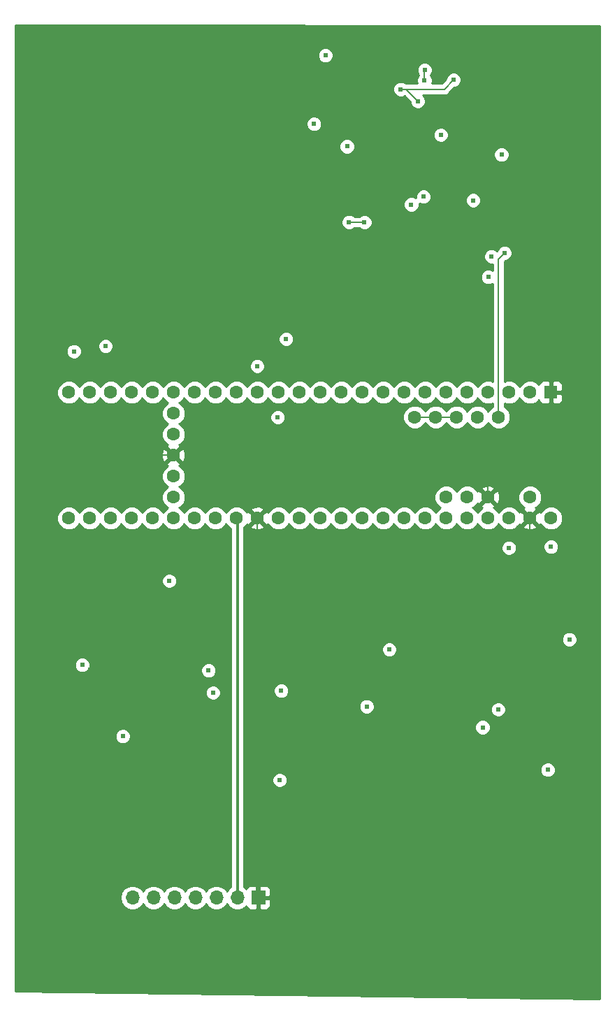
<source format=gbr>
%TF.GenerationSoftware,KiCad,Pcbnew,(5.0.1)-4*%
%TF.CreationDate,2019-11-27T13:43:37-06:00*%
%TF.ProjectId,new_synth_transistor,6E65775F73796E74685F7472616E7369,rev?*%
%TF.SameCoordinates,Original*%
%TF.FileFunction,Copper,L6,Bot,Signal*%
%TF.FilePolarity,Positive*%
%FSLAX46Y46*%
G04 Gerber Fmt 4.6, Leading zero omitted, Abs format (unit mm)*
G04 Created by KiCad (PCBNEW (5.0.1)-4) date 11/27/2019 1:43:37 PM*
%MOMM*%
%LPD*%
G01*
G04 APERTURE LIST*
%ADD10C,1.600000*%
%ADD11R,1.600000X1.600000*%
%ADD12O,1.700000X1.700000*%
%ADD13R,1.700000X1.700000*%
%ADD14C,0.609600*%
%ADD15C,0.152400*%
%ADD16C,0.304800*%
%ADD17C,0.254000*%
G04 APERTURE END LIST*
D10*
X237154720Y-60258960D03*
X234614720Y-60258960D03*
X232074720Y-60258960D03*
X229534720Y-60258960D03*
X239694720Y-60258960D03*
X242234720Y-60258960D03*
X244774720Y-60258960D03*
X226994720Y-60258960D03*
X224454720Y-60258960D03*
X221914720Y-60258960D03*
X219374720Y-60258960D03*
X232074720Y-62798960D03*
X232074720Y-65338960D03*
X232074720Y-67878960D03*
X232074720Y-70418960D03*
X232074720Y-72958960D03*
X219374720Y-75498960D03*
X221914720Y-75498960D03*
X224454720Y-75498960D03*
X226994720Y-75498960D03*
X229534720Y-75498960D03*
X232074720Y-75498960D03*
X234614720Y-75498960D03*
X237154720Y-75498960D03*
X247314720Y-60258960D03*
X249854720Y-60258960D03*
X252394720Y-60258960D03*
X254934720Y-60258960D03*
X257474720Y-60258960D03*
X260014720Y-60258960D03*
X262554720Y-60258960D03*
X265094720Y-60258960D03*
X267634720Y-60258960D03*
X270174720Y-60258960D03*
X272714720Y-60258960D03*
X275254720Y-60258960D03*
D11*
X277794720Y-60258960D03*
D10*
X239694720Y-75498960D03*
X242234720Y-75498960D03*
X244774720Y-75498960D03*
X247314720Y-75498960D03*
X249854720Y-75498960D03*
X252394720Y-75498960D03*
X254934720Y-75498960D03*
X257474720Y-75498960D03*
X260014720Y-75498960D03*
X262554720Y-75498960D03*
X265094720Y-75498960D03*
X267634720Y-75498960D03*
X270174720Y-75498960D03*
X272714720Y-75498960D03*
X275254720Y-75498960D03*
X277794720Y-75498960D03*
X275254720Y-72958960D03*
X270174720Y-72958960D03*
X267634720Y-72958960D03*
X265094720Y-72958960D03*
X271444720Y-63258960D03*
X268904720Y-63258960D03*
X266364720Y-63258960D03*
X263824720Y-63258960D03*
X261284720Y-63258960D03*
D12*
X227116640Y-121452640D03*
X229656640Y-121452640D03*
X232196640Y-121452640D03*
X234736640Y-121452640D03*
X237276640Y-121452640D03*
X239816640Y-121452640D03*
D13*
X242356640Y-121452640D03*
D14*
X272189820Y-43367422D03*
X262492100Y-22453062D03*
X262512420Y-21213542D03*
X277794720Y-56728360D03*
X229052120Y-67868800D03*
X242234720Y-79349600D03*
X270149320Y-69682360D03*
X275315680Y-78943200D03*
X269956280Y-91683840D03*
X269483840Y-97586800D03*
X276717760Y-98806000D03*
X281731720Y-101244400D03*
X267258800Y-111566960D03*
X261609840Y-103362760D03*
X260446520Y-97195640D03*
X247489894Y-89227574D03*
X243819680Y-92989400D03*
X231536240Y-91937840D03*
X236357160Y-98907600D03*
X238511080Y-83479640D03*
X218851480Y-85135720D03*
X222016320Y-93832680D03*
X246761000Y-121371360D03*
X247599200Y-100568760D03*
X228142800Y-52039520D03*
X236651800Y-107589320D03*
X272709640Y-79100680D03*
X242214400Y-57089040D03*
X220024960Y-55290720D03*
X250484640Y-19431000D03*
X264464800Y-29067760D03*
X223850200Y-54655720D03*
X260883400Y-37500560D03*
X270576040Y-43789600D03*
X245719600Y-53789580D03*
X244701060Y-63286640D03*
X277809960Y-78958440D03*
X280035000Y-90190320D03*
X271414240Y-98663760D03*
X269529560Y-100832920D03*
X245125240Y-96398080D03*
X236870240Y-96641920D03*
X236321600Y-93944440D03*
X225938080Y-101909880D03*
X221020640Y-93278960D03*
X255483360Y-98308160D03*
X244942360Y-107223560D03*
X231566720Y-83093560D03*
X258221480Y-91399360D03*
X277428960Y-105984040D03*
X262371840Y-36555680D03*
X268386560Y-36997640D03*
X270210280Y-46283880D03*
X249101152Y-27738262D03*
X253103380Y-30467300D03*
X271813020Y-31455360D03*
X255209040Y-39654480D03*
X253344680Y-39644320D03*
X266009120Y-22402800D03*
X259616590Y-23540720D03*
X261680960Y-24988520D03*
D15*
X271444720Y-44112522D02*
X271444720Y-63258960D01*
X272189820Y-43367422D02*
X271444720Y-44112522D01*
X262416090Y-63258960D02*
X263824720Y-63258960D01*
X261284720Y-63258960D02*
X262416090Y-63258960D01*
X264956090Y-63258960D02*
X266364720Y-63258960D01*
X263824720Y-63258960D02*
X264956090Y-63258960D01*
X262492100Y-22453062D02*
X262492100Y-22022010D01*
X262492100Y-21233862D02*
X262512420Y-21213542D01*
X262492100Y-22022010D02*
X262492100Y-21233862D01*
D16*
X242234720Y-121330720D02*
X242356640Y-121452640D01*
D15*
X277794720Y-60258960D02*
X277794720Y-56728360D01*
X232074720Y-67878960D02*
X229062280Y-67878960D01*
X229062280Y-67878960D02*
X229052120Y-67868800D01*
X242234720Y-75498960D02*
X242234720Y-79349600D01*
D16*
X242234720Y-79349600D02*
X242234720Y-121330720D01*
D15*
X270174720Y-72958960D02*
X270174720Y-69707760D01*
X270174720Y-69707760D02*
X270149320Y-69682360D01*
X275254720Y-75498960D02*
X275254720Y-78882240D01*
X275254720Y-78882240D02*
X275315680Y-78943200D01*
X242356640Y-121452640D02*
X246679720Y-121452640D01*
X246679720Y-121452640D02*
X246761000Y-121371360D01*
X255209040Y-39654480D02*
X254777988Y-39654480D01*
X254777988Y-39654480D02*
X253354840Y-39654480D01*
X253354840Y-39654480D02*
X253344680Y-39644320D01*
X264871200Y-23540720D02*
X260047642Y-23540720D01*
X260047642Y-23540720D02*
X259616590Y-23540720D01*
X266009120Y-22402800D02*
X264871200Y-23540720D01*
X260233160Y-23540720D02*
X259616590Y-23540720D01*
X261680960Y-24988520D02*
X260233160Y-23540720D01*
D16*
X239816640Y-75620880D02*
X239694720Y-75498960D01*
X239816640Y-121452640D02*
X239816640Y-75620880D01*
D17*
G36*
X283707813Y-15884988D02*
X283682468Y-133688686D01*
X212963760Y-132762373D01*
X212963760Y-101722942D01*
X224998280Y-101722942D01*
X224998280Y-102096818D01*
X225141356Y-102442234D01*
X225405726Y-102706604D01*
X225751142Y-102849680D01*
X226125018Y-102849680D01*
X226470434Y-102706604D01*
X226734804Y-102442234D01*
X226877880Y-102096818D01*
X226877880Y-101722942D01*
X226734804Y-101377526D01*
X226470434Y-101113156D01*
X226125018Y-100970080D01*
X225751142Y-100970080D01*
X225405726Y-101113156D01*
X225141356Y-101377526D01*
X224998280Y-101722942D01*
X212963760Y-101722942D01*
X212963760Y-96454982D01*
X235930440Y-96454982D01*
X235930440Y-96828858D01*
X236073516Y-97174274D01*
X236337886Y-97438644D01*
X236683302Y-97581720D01*
X237057178Y-97581720D01*
X237402594Y-97438644D01*
X237666964Y-97174274D01*
X237810040Y-96828858D01*
X237810040Y-96454982D01*
X237666964Y-96109566D01*
X237402594Y-95845196D01*
X237057178Y-95702120D01*
X236683302Y-95702120D01*
X236337886Y-95845196D01*
X236073516Y-96109566D01*
X235930440Y-96454982D01*
X212963760Y-96454982D01*
X212963760Y-93092022D01*
X220080840Y-93092022D01*
X220080840Y-93465898D01*
X220223916Y-93811314D01*
X220488286Y-94075684D01*
X220833702Y-94218760D01*
X221207578Y-94218760D01*
X221552994Y-94075684D01*
X221817364Y-93811314D01*
X221839653Y-93757502D01*
X235381800Y-93757502D01*
X235381800Y-94131378D01*
X235524876Y-94476794D01*
X235789246Y-94741164D01*
X236134662Y-94884240D01*
X236508538Y-94884240D01*
X236853954Y-94741164D01*
X237118324Y-94476794D01*
X237261400Y-94131378D01*
X237261400Y-93757502D01*
X237118324Y-93412086D01*
X236853954Y-93147716D01*
X236508538Y-93004640D01*
X236134662Y-93004640D01*
X235789246Y-93147716D01*
X235524876Y-93412086D01*
X235381800Y-93757502D01*
X221839653Y-93757502D01*
X221960440Y-93465898D01*
X221960440Y-93092022D01*
X221817364Y-92746606D01*
X221552994Y-92482236D01*
X221207578Y-92339160D01*
X220833702Y-92339160D01*
X220488286Y-92482236D01*
X220223916Y-92746606D01*
X220080840Y-93092022D01*
X212963760Y-93092022D01*
X212963760Y-82906622D01*
X230626920Y-82906622D01*
X230626920Y-83280498D01*
X230769996Y-83625914D01*
X231034366Y-83890284D01*
X231379782Y-84033360D01*
X231753658Y-84033360D01*
X232099074Y-83890284D01*
X232363444Y-83625914D01*
X232506520Y-83280498D01*
X232506520Y-82906622D01*
X232363444Y-82561206D01*
X232099074Y-82296836D01*
X231753658Y-82153760D01*
X231379782Y-82153760D01*
X231034366Y-82296836D01*
X230769996Y-82561206D01*
X230626920Y-82906622D01*
X212963760Y-82906622D01*
X212963760Y-75213521D01*
X217939720Y-75213521D01*
X217939720Y-75784399D01*
X218158186Y-76311822D01*
X218561858Y-76715494D01*
X219089281Y-76933960D01*
X219660159Y-76933960D01*
X220187582Y-76715494D01*
X220591254Y-76311822D01*
X220644720Y-76182744D01*
X220698186Y-76311822D01*
X221101858Y-76715494D01*
X221629281Y-76933960D01*
X222200159Y-76933960D01*
X222727582Y-76715494D01*
X223131254Y-76311822D01*
X223184720Y-76182744D01*
X223238186Y-76311822D01*
X223641858Y-76715494D01*
X224169281Y-76933960D01*
X224740159Y-76933960D01*
X225267582Y-76715494D01*
X225671254Y-76311822D01*
X225724720Y-76182744D01*
X225778186Y-76311822D01*
X226181858Y-76715494D01*
X226709281Y-76933960D01*
X227280159Y-76933960D01*
X227807582Y-76715494D01*
X228211254Y-76311822D01*
X228264720Y-76182744D01*
X228318186Y-76311822D01*
X228721858Y-76715494D01*
X229249281Y-76933960D01*
X229820159Y-76933960D01*
X230347582Y-76715494D01*
X230751254Y-76311822D01*
X230804720Y-76182744D01*
X230858186Y-76311822D01*
X231261858Y-76715494D01*
X231789281Y-76933960D01*
X232360159Y-76933960D01*
X232887582Y-76715494D01*
X233291254Y-76311822D01*
X233344720Y-76182744D01*
X233398186Y-76311822D01*
X233801858Y-76715494D01*
X234329281Y-76933960D01*
X234900159Y-76933960D01*
X235427582Y-76715494D01*
X235831254Y-76311822D01*
X235884720Y-76182744D01*
X235938186Y-76311822D01*
X236341858Y-76715494D01*
X236869281Y-76933960D01*
X237440159Y-76933960D01*
X237967582Y-76715494D01*
X238371254Y-76311822D01*
X238424720Y-76182744D01*
X238478186Y-76311822D01*
X238881858Y-76715494D01*
X239029241Y-76776542D01*
X239029240Y-120192770D01*
X238746015Y-120382015D01*
X238546640Y-120680401D01*
X238347265Y-120382015D01*
X237856058Y-120053801D01*
X237422896Y-119967640D01*
X237130384Y-119967640D01*
X236697222Y-120053801D01*
X236206015Y-120382015D01*
X236006640Y-120680401D01*
X235807265Y-120382015D01*
X235316058Y-120053801D01*
X234882896Y-119967640D01*
X234590384Y-119967640D01*
X234157222Y-120053801D01*
X233666015Y-120382015D01*
X233466640Y-120680401D01*
X233267265Y-120382015D01*
X232776058Y-120053801D01*
X232342896Y-119967640D01*
X232050384Y-119967640D01*
X231617222Y-120053801D01*
X231126015Y-120382015D01*
X230926640Y-120680401D01*
X230727265Y-120382015D01*
X230236058Y-120053801D01*
X229802896Y-119967640D01*
X229510384Y-119967640D01*
X229077222Y-120053801D01*
X228586015Y-120382015D01*
X228386640Y-120680401D01*
X228187265Y-120382015D01*
X227696058Y-120053801D01*
X227262896Y-119967640D01*
X226970384Y-119967640D01*
X226537222Y-120053801D01*
X226046015Y-120382015D01*
X225717801Y-120873222D01*
X225602548Y-121452640D01*
X225717801Y-122032058D01*
X226046015Y-122523265D01*
X226537222Y-122851479D01*
X226970384Y-122937640D01*
X227262896Y-122937640D01*
X227696058Y-122851479D01*
X228187265Y-122523265D01*
X228386640Y-122224879D01*
X228586015Y-122523265D01*
X229077222Y-122851479D01*
X229510384Y-122937640D01*
X229802896Y-122937640D01*
X230236058Y-122851479D01*
X230727265Y-122523265D01*
X230926640Y-122224879D01*
X231126015Y-122523265D01*
X231617222Y-122851479D01*
X232050384Y-122937640D01*
X232342896Y-122937640D01*
X232776058Y-122851479D01*
X233267265Y-122523265D01*
X233466640Y-122224879D01*
X233666015Y-122523265D01*
X234157222Y-122851479D01*
X234590384Y-122937640D01*
X234882896Y-122937640D01*
X235316058Y-122851479D01*
X235807265Y-122523265D01*
X236006640Y-122224879D01*
X236206015Y-122523265D01*
X236697222Y-122851479D01*
X237130384Y-122937640D01*
X237422896Y-122937640D01*
X237856058Y-122851479D01*
X238347265Y-122523265D01*
X238546640Y-122224879D01*
X238746015Y-122523265D01*
X239237222Y-122851479D01*
X239670384Y-122937640D01*
X239962896Y-122937640D01*
X240396058Y-122851479D01*
X240887265Y-122523265D01*
X240901736Y-122501607D01*
X240968313Y-122662338D01*
X241146941Y-122840967D01*
X241380330Y-122937640D01*
X242070890Y-122937640D01*
X242229640Y-122778890D01*
X242229640Y-121579640D01*
X242483640Y-121579640D01*
X242483640Y-122778890D01*
X242642390Y-122937640D01*
X243332950Y-122937640D01*
X243566339Y-122840967D01*
X243744967Y-122662338D01*
X243841640Y-122428949D01*
X243841640Y-121738390D01*
X243682890Y-121579640D01*
X242483640Y-121579640D01*
X242229640Y-121579640D01*
X242209640Y-121579640D01*
X242209640Y-121325640D01*
X242229640Y-121325640D01*
X242229640Y-120126390D01*
X242483640Y-120126390D01*
X242483640Y-121325640D01*
X243682890Y-121325640D01*
X243841640Y-121166890D01*
X243841640Y-120476331D01*
X243744967Y-120242942D01*
X243566339Y-120064313D01*
X243332950Y-119967640D01*
X242642390Y-119967640D01*
X242483640Y-120126390D01*
X242229640Y-120126390D01*
X242070890Y-119967640D01*
X241380330Y-119967640D01*
X241146941Y-120064313D01*
X240968313Y-120242942D01*
X240901736Y-120403673D01*
X240887265Y-120382015D01*
X240604040Y-120192770D01*
X240604040Y-107036622D01*
X244002560Y-107036622D01*
X244002560Y-107410498D01*
X244145636Y-107755914D01*
X244410006Y-108020284D01*
X244755422Y-108163360D01*
X245129298Y-108163360D01*
X245474714Y-108020284D01*
X245739084Y-107755914D01*
X245882160Y-107410498D01*
X245882160Y-107036622D01*
X245739084Y-106691206D01*
X245474714Y-106426836D01*
X245129298Y-106283760D01*
X244755422Y-106283760D01*
X244410006Y-106426836D01*
X244145636Y-106691206D01*
X244002560Y-107036622D01*
X240604040Y-107036622D01*
X240604040Y-105797102D01*
X276489160Y-105797102D01*
X276489160Y-106170978D01*
X276632236Y-106516394D01*
X276896606Y-106780764D01*
X277242022Y-106923840D01*
X277615898Y-106923840D01*
X277961314Y-106780764D01*
X278225684Y-106516394D01*
X278368760Y-106170978D01*
X278368760Y-105797102D01*
X278225684Y-105451686D01*
X277961314Y-105187316D01*
X277615898Y-105044240D01*
X277242022Y-105044240D01*
X276896606Y-105187316D01*
X276632236Y-105451686D01*
X276489160Y-105797102D01*
X240604040Y-105797102D01*
X240604040Y-100645982D01*
X268589760Y-100645982D01*
X268589760Y-101019858D01*
X268732836Y-101365274D01*
X268997206Y-101629644D01*
X269342622Y-101772720D01*
X269716498Y-101772720D01*
X270061914Y-101629644D01*
X270326284Y-101365274D01*
X270469360Y-101019858D01*
X270469360Y-100645982D01*
X270326284Y-100300566D01*
X270061914Y-100036196D01*
X269716498Y-99893120D01*
X269342622Y-99893120D01*
X268997206Y-100036196D01*
X268732836Y-100300566D01*
X268589760Y-100645982D01*
X240604040Y-100645982D01*
X240604040Y-98121222D01*
X254543560Y-98121222D01*
X254543560Y-98495098D01*
X254686636Y-98840514D01*
X254951006Y-99104884D01*
X255296422Y-99247960D01*
X255670298Y-99247960D01*
X256015714Y-99104884D01*
X256280084Y-98840514D01*
X256423160Y-98495098D01*
X256423160Y-98476822D01*
X270474440Y-98476822D01*
X270474440Y-98850698D01*
X270617516Y-99196114D01*
X270881886Y-99460484D01*
X271227302Y-99603560D01*
X271601178Y-99603560D01*
X271946594Y-99460484D01*
X272210964Y-99196114D01*
X272354040Y-98850698D01*
X272354040Y-98476822D01*
X272210964Y-98131406D01*
X271946594Y-97867036D01*
X271601178Y-97723960D01*
X271227302Y-97723960D01*
X270881886Y-97867036D01*
X270617516Y-98131406D01*
X270474440Y-98476822D01*
X256423160Y-98476822D01*
X256423160Y-98121222D01*
X256280084Y-97775806D01*
X256015714Y-97511436D01*
X255670298Y-97368360D01*
X255296422Y-97368360D01*
X254951006Y-97511436D01*
X254686636Y-97775806D01*
X254543560Y-98121222D01*
X240604040Y-98121222D01*
X240604040Y-96211142D01*
X244185440Y-96211142D01*
X244185440Y-96585018D01*
X244328516Y-96930434D01*
X244592886Y-97194804D01*
X244938302Y-97337880D01*
X245312178Y-97337880D01*
X245657594Y-97194804D01*
X245921964Y-96930434D01*
X246065040Y-96585018D01*
X246065040Y-96211142D01*
X245921964Y-95865726D01*
X245657594Y-95601356D01*
X245312178Y-95458280D01*
X244938302Y-95458280D01*
X244592886Y-95601356D01*
X244328516Y-95865726D01*
X244185440Y-96211142D01*
X240604040Y-96211142D01*
X240604040Y-91212422D01*
X257281680Y-91212422D01*
X257281680Y-91586298D01*
X257424756Y-91931714D01*
X257689126Y-92196084D01*
X258034542Y-92339160D01*
X258408418Y-92339160D01*
X258753834Y-92196084D01*
X259018204Y-91931714D01*
X259161280Y-91586298D01*
X259161280Y-91212422D01*
X259018204Y-90867006D01*
X258753834Y-90602636D01*
X258408418Y-90459560D01*
X258034542Y-90459560D01*
X257689126Y-90602636D01*
X257424756Y-90867006D01*
X257281680Y-91212422D01*
X240604040Y-91212422D01*
X240604040Y-90003382D01*
X279095200Y-90003382D01*
X279095200Y-90377258D01*
X279238276Y-90722674D01*
X279502646Y-90987044D01*
X279848062Y-91130120D01*
X280221938Y-91130120D01*
X280567354Y-90987044D01*
X280831724Y-90722674D01*
X280974800Y-90377258D01*
X280974800Y-90003382D01*
X280831724Y-89657966D01*
X280567354Y-89393596D01*
X280221938Y-89250520D01*
X279848062Y-89250520D01*
X279502646Y-89393596D01*
X279238276Y-89657966D01*
X279095200Y-90003382D01*
X240604040Y-90003382D01*
X240604040Y-78913742D01*
X271769840Y-78913742D01*
X271769840Y-79287618D01*
X271912916Y-79633034D01*
X272177286Y-79897404D01*
X272522702Y-80040480D01*
X272896578Y-80040480D01*
X273241994Y-79897404D01*
X273506364Y-79633034D01*
X273649440Y-79287618D01*
X273649440Y-78913742D01*
X273590523Y-78771502D01*
X276870160Y-78771502D01*
X276870160Y-79145378D01*
X277013236Y-79490794D01*
X277277606Y-79755164D01*
X277623022Y-79898240D01*
X277996898Y-79898240D01*
X278342314Y-79755164D01*
X278606684Y-79490794D01*
X278749760Y-79145378D01*
X278749760Y-78771502D01*
X278606684Y-78426086D01*
X278342314Y-78161716D01*
X277996898Y-78018640D01*
X277623022Y-78018640D01*
X277277606Y-78161716D01*
X277013236Y-78426086D01*
X276870160Y-78771502D01*
X273590523Y-78771502D01*
X273506364Y-78568326D01*
X273241994Y-78303956D01*
X272896578Y-78160880D01*
X272522702Y-78160880D01*
X272177286Y-78303956D01*
X271912916Y-78568326D01*
X271769840Y-78913742D01*
X240604040Y-78913742D01*
X240604040Y-76619036D01*
X240716371Y-76506705D01*
X241406581Y-76506705D01*
X241480715Y-76752824D01*
X242017943Y-76945925D01*
X242588174Y-76918738D01*
X242988725Y-76752824D01*
X243062859Y-76506705D01*
X242234720Y-75678565D01*
X241406581Y-76506705D01*
X240716371Y-76506705D01*
X240911254Y-76311822D01*
X240958245Y-76198377D01*
X240980856Y-76252965D01*
X241226975Y-76327099D01*
X242055115Y-75498960D01*
X242414325Y-75498960D01*
X243242465Y-76327099D01*
X243488584Y-76252965D01*
X243509594Y-76194512D01*
X243558186Y-76311822D01*
X243961858Y-76715494D01*
X244489281Y-76933960D01*
X245060159Y-76933960D01*
X245587582Y-76715494D01*
X245991254Y-76311822D01*
X246044720Y-76182744D01*
X246098186Y-76311822D01*
X246501858Y-76715494D01*
X247029281Y-76933960D01*
X247600159Y-76933960D01*
X248127582Y-76715494D01*
X248531254Y-76311822D01*
X248584720Y-76182744D01*
X248638186Y-76311822D01*
X249041858Y-76715494D01*
X249569281Y-76933960D01*
X250140159Y-76933960D01*
X250667582Y-76715494D01*
X251071254Y-76311822D01*
X251124720Y-76182744D01*
X251178186Y-76311822D01*
X251581858Y-76715494D01*
X252109281Y-76933960D01*
X252680159Y-76933960D01*
X253207582Y-76715494D01*
X253611254Y-76311822D01*
X253664720Y-76182744D01*
X253718186Y-76311822D01*
X254121858Y-76715494D01*
X254649281Y-76933960D01*
X255220159Y-76933960D01*
X255747582Y-76715494D01*
X256151254Y-76311822D01*
X256204720Y-76182744D01*
X256258186Y-76311822D01*
X256661858Y-76715494D01*
X257189281Y-76933960D01*
X257760159Y-76933960D01*
X258287582Y-76715494D01*
X258691254Y-76311822D01*
X258744720Y-76182744D01*
X258798186Y-76311822D01*
X259201858Y-76715494D01*
X259729281Y-76933960D01*
X260300159Y-76933960D01*
X260827582Y-76715494D01*
X261231254Y-76311822D01*
X261284720Y-76182744D01*
X261338186Y-76311822D01*
X261741858Y-76715494D01*
X262269281Y-76933960D01*
X262840159Y-76933960D01*
X263367582Y-76715494D01*
X263771254Y-76311822D01*
X263824720Y-76182744D01*
X263878186Y-76311822D01*
X264281858Y-76715494D01*
X264809281Y-76933960D01*
X265380159Y-76933960D01*
X265907582Y-76715494D01*
X266311254Y-76311822D01*
X266364720Y-76182744D01*
X266418186Y-76311822D01*
X266821858Y-76715494D01*
X267349281Y-76933960D01*
X267920159Y-76933960D01*
X268447582Y-76715494D01*
X268851254Y-76311822D01*
X268904720Y-76182744D01*
X268958186Y-76311822D01*
X269361858Y-76715494D01*
X269889281Y-76933960D01*
X270460159Y-76933960D01*
X270987582Y-76715494D01*
X271391254Y-76311822D01*
X271444720Y-76182744D01*
X271498186Y-76311822D01*
X271901858Y-76715494D01*
X272429281Y-76933960D01*
X273000159Y-76933960D01*
X273527582Y-76715494D01*
X273736371Y-76506705D01*
X274426581Y-76506705D01*
X274500715Y-76752824D01*
X275037943Y-76945925D01*
X275608174Y-76918738D01*
X276008725Y-76752824D01*
X276082859Y-76506705D01*
X275254720Y-75678565D01*
X274426581Y-76506705D01*
X273736371Y-76506705D01*
X273931254Y-76311822D01*
X273978245Y-76198377D01*
X274000856Y-76252965D01*
X274246975Y-76327099D01*
X275075115Y-75498960D01*
X275434325Y-75498960D01*
X276262465Y-76327099D01*
X276508584Y-76252965D01*
X276529594Y-76194512D01*
X276578186Y-76311822D01*
X276981858Y-76715494D01*
X277509281Y-76933960D01*
X278080159Y-76933960D01*
X278607582Y-76715494D01*
X279011254Y-76311822D01*
X279229720Y-75784399D01*
X279229720Y-75213521D01*
X279011254Y-74686098D01*
X278607582Y-74282426D01*
X278080159Y-74063960D01*
X277509281Y-74063960D01*
X276981858Y-74282426D01*
X276578186Y-74686098D01*
X276531195Y-74799543D01*
X276508584Y-74744955D01*
X276262465Y-74670821D01*
X275434325Y-75498960D01*
X275075115Y-75498960D01*
X274246975Y-74670821D01*
X274000856Y-74744955D01*
X273979846Y-74803408D01*
X273931254Y-74686098D01*
X273527582Y-74282426D01*
X273000159Y-74063960D01*
X272429281Y-74063960D01*
X271901858Y-74282426D01*
X271498186Y-74686098D01*
X271444720Y-74815176D01*
X271391254Y-74686098D01*
X270987582Y-74282426D01*
X270874137Y-74235435D01*
X270928725Y-74212824D01*
X271002859Y-73966705D01*
X270174720Y-73138565D01*
X269346581Y-73966705D01*
X269420715Y-74212824D01*
X269479168Y-74233834D01*
X269361858Y-74282426D01*
X268958186Y-74686098D01*
X268904720Y-74815176D01*
X268851254Y-74686098D01*
X268447582Y-74282426D01*
X268318504Y-74228960D01*
X268447582Y-74175494D01*
X268851254Y-73771822D01*
X268898245Y-73658377D01*
X268920856Y-73712965D01*
X269166975Y-73787099D01*
X269995115Y-72958960D01*
X270354325Y-72958960D01*
X271182465Y-73787099D01*
X271428584Y-73712965D01*
X271621685Y-73175737D01*
X271597741Y-72673521D01*
X273819720Y-72673521D01*
X273819720Y-73244399D01*
X274038186Y-73771822D01*
X274441858Y-74175494D01*
X274555303Y-74222485D01*
X274500715Y-74245096D01*
X274426581Y-74491215D01*
X275254720Y-75319355D01*
X276082859Y-74491215D01*
X276008725Y-74245096D01*
X275950272Y-74224086D01*
X276067582Y-74175494D01*
X276471254Y-73771822D01*
X276689720Y-73244399D01*
X276689720Y-72673521D01*
X276471254Y-72146098D01*
X276067582Y-71742426D01*
X275540159Y-71523960D01*
X274969281Y-71523960D01*
X274441858Y-71742426D01*
X274038186Y-72146098D01*
X273819720Y-72673521D01*
X271597741Y-72673521D01*
X271594498Y-72605506D01*
X271428584Y-72204955D01*
X271182465Y-72130821D01*
X270354325Y-72958960D01*
X269995115Y-72958960D01*
X269166975Y-72130821D01*
X268920856Y-72204955D01*
X268899846Y-72263408D01*
X268851254Y-72146098D01*
X268656371Y-71951215D01*
X269346581Y-71951215D01*
X270174720Y-72779355D01*
X271002859Y-71951215D01*
X270928725Y-71705096D01*
X270391497Y-71511995D01*
X269821266Y-71539182D01*
X269420715Y-71705096D01*
X269346581Y-71951215D01*
X268656371Y-71951215D01*
X268447582Y-71742426D01*
X267920159Y-71523960D01*
X267349281Y-71523960D01*
X266821858Y-71742426D01*
X266418186Y-72146098D01*
X266364720Y-72275176D01*
X266311254Y-72146098D01*
X265907582Y-71742426D01*
X265380159Y-71523960D01*
X264809281Y-71523960D01*
X264281858Y-71742426D01*
X263878186Y-72146098D01*
X263659720Y-72673521D01*
X263659720Y-73244399D01*
X263878186Y-73771822D01*
X264281858Y-74175494D01*
X264410936Y-74228960D01*
X264281858Y-74282426D01*
X263878186Y-74686098D01*
X263824720Y-74815176D01*
X263771254Y-74686098D01*
X263367582Y-74282426D01*
X262840159Y-74063960D01*
X262269281Y-74063960D01*
X261741858Y-74282426D01*
X261338186Y-74686098D01*
X261284720Y-74815176D01*
X261231254Y-74686098D01*
X260827582Y-74282426D01*
X260300159Y-74063960D01*
X259729281Y-74063960D01*
X259201858Y-74282426D01*
X258798186Y-74686098D01*
X258744720Y-74815176D01*
X258691254Y-74686098D01*
X258287582Y-74282426D01*
X257760159Y-74063960D01*
X257189281Y-74063960D01*
X256661858Y-74282426D01*
X256258186Y-74686098D01*
X256204720Y-74815176D01*
X256151254Y-74686098D01*
X255747582Y-74282426D01*
X255220159Y-74063960D01*
X254649281Y-74063960D01*
X254121858Y-74282426D01*
X253718186Y-74686098D01*
X253664720Y-74815176D01*
X253611254Y-74686098D01*
X253207582Y-74282426D01*
X252680159Y-74063960D01*
X252109281Y-74063960D01*
X251581858Y-74282426D01*
X251178186Y-74686098D01*
X251124720Y-74815176D01*
X251071254Y-74686098D01*
X250667582Y-74282426D01*
X250140159Y-74063960D01*
X249569281Y-74063960D01*
X249041858Y-74282426D01*
X248638186Y-74686098D01*
X248584720Y-74815176D01*
X248531254Y-74686098D01*
X248127582Y-74282426D01*
X247600159Y-74063960D01*
X247029281Y-74063960D01*
X246501858Y-74282426D01*
X246098186Y-74686098D01*
X246044720Y-74815176D01*
X245991254Y-74686098D01*
X245587582Y-74282426D01*
X245060159Y-74063960D01*
X244489281Y-74063960D01*
X243961858Y-74282426D01*
X243558186Y-74686098D01*
X243511195Y-74799543D01*
X243488584Y-74744955D01*
X243242465Y-74670821D01*
X242414325Y-75498960D01*
X242055115Y-75498960D01*
X241226975Y-74670821D01*
X240980856Y-74744955D01*
X240959846Y-74803408D01*
X240911254Y-74686098D01*
X240716371Y-74491215D01*
X241406581Y-74491215D01*
X242234720Y-75319355D01*
X243062859Y-74491215D01*
X242988725Y-74245096D01*
X242451497Y-74051995D01*
X241881266Y-74079182D01*
X241480715Y-74245096D01*
X241406581Y-74491215D01*
X240716371Y-74491215D01*
X240507582Y-74282426D01*
X239980159Y-74063960D01*
X239409281Y-74063960D01*
X238881858Y-74282426D01*
X238478186Y-74686098D01*
X238424720Y-74815176D01*
X238371254Y-74686098D01*
X237967582Y-74282426D01*
X237440159Y-74063960D01*
X236869281Y-74063960D01*
X236341858Y-74282426D01*
X235938186Y-74686098D01*
X235884720Y-74815176D01*
X235831254Y-74686098D01*
X235427582Y-74282426D01*
X234900159Y-74063960D01*
X234329281Y-74063960D01*
X233801858Y-74282426D01*
X233398186Y-74686098D01*
X233344720Y-74815176D01*
X233291254Y-74686098D01*
X232887582Y-74282426D01*
X232758504Y-74228960D01*
X232887582Y-74175494D01*
X233291254Y-73771822D01*
X233509720Y-73244399D01*
X233509720Y-72673521D01*
X233291254Y-72146098D01*
X232887582Y-71742426D01*
X232758504Y-71688960D01*
X232887582Y-71635494D01*
X233291254Y-71231822D01*
X233509720Y-70704399D01*
X233509720Y-70133521D01*
X233291254Y-69606098D01*
X232887582Y-69202426D01*
X232774137Y-69155435D01*
X232828725Y-69132824D01*
X232902859Y-68886705D01*
X232074720Y-68058565D01*
X231246581Y-68886705D01*
X231320715Y-69132824D01*
X231379168Y-69153834D01*
X231261858Y-69202426D01*
X230858186Y-69606098D01*
X230639720Y-70133521D01*
X230639720Y-70704399D01*
X230858186Y-71231822D01*
X231261858Y-71635494D01*
X231390936Y-71688960D01*
X231261858Y-71742426D01*
X230858186Y-72146098D01*
X230639720Y-72673521D01*
X230639720Y-73244399D01*
X230858186Y-73771822D01*
X231261858Y-74175494D01*
X231390936Y-74228960D01*
X231261858Y-74282426D01*
X230858186Y-74686098D01*
X230804720Y-74815176D01*
X230751254Y-74686098D01*
X230347582Y-74282426D01*
X229820159Y-74063960D01*
X229249281Y-74063960D01*
X228721858Y-74282426D01*
X228318186Y-74686098D01*
X228264720Y-74815176D01*
X228211254Y-74686098D01*
X227807582Y-74282426D01*
X227280159Y-74063960D01*
X226709281Y-74063960D01*
X226181858Y-74282426D01*
X225778186Y-74686098D01*
X225724720Y-74815176D01*
X225671254Y-74686098D01*
X225267582Y-74282426D01*
X224740159Y-74063960D01*
X224169281Y-74063960D01*
X223641858Y-74282426D01*
X223238186Y-74686098D01*
X223184720Y-74815176D01*
X223131254Y-74686098D01*
X222727582Y-74282426D01*
X222200159Y-74063960D01*
X221629281Y-74063960D01*
X221101858Y-74282426D01*
X220698186Y-74686098D01*
X220644720Y-74815176D01*
X220591254Y-74686098D01*
X220187582Y-74282426D01*
X219660159Y-74063960D01*
X219089281Y-74063960D01*
X218561858Y-74282426D01*
X218158186Y-74686098D01*
X217939720Y-75213521D01*
X212963760Y-75213521D01*
X212963760Y-67662183D01*
X230627755Y-67662183D01*
X230654942Y-68232414D01*
X230820856Y-68632965D01*
X231066975Y-68707099D01*
X231895115Y-67878960D01*
X232254325Y-67878960D01*
X233082465Y-68707099D01*
X233328584Y-68632965D01*
X233521685Y-68095737D01*
X233494498Y-67525506D01*
X233328584Y-67124955D01*
X233082465Y-67050821D01*
X232254325Y-67878960D01*
X231895115Y-67878960D01*
X231066975Y-67050821D01*
X230820856Y-67124955D01*
X230627755Y-67662183D01*
X212963760Y-67662183D01*
X212963760Y-59973521D01*
X217939720Y-59973521D01*
X217939720Y-60544399D01*
X218158186Y-61071822D01*
X218561858Y-61475494D01*
X219089281Y-61693960D01*
X219660159Y-61693960D01*
X220187582Y-61475494D01*
X220591254Y-61071822D01*
X220644720Y-60942744D01*
X220698186Y-61071822D01*
X221101858Y-61475494D01*
X221629281Y-61693960D01*
X222200159Y-61693960D01*
X222727582Y-61475494D01*
X223131254Y-61071822D01*
X223184720Y-60942744D01*
X223238186Y-61071822D01*
X223641858Y-61475494D01*
X224169281Y-61693960D01*
X224740159Y-61693960D01*
X225267582Y-61475494D01*
X225671254Y-61071822D01*
X225724720Y-60942744D01*
X225778186Y-61071822D01*
X226181858Y-61475494D01*
X226709281Y-61693960D01*
X227280159Y-61693960D01*
X227807582Y-61475494D01*
X228211254Y-61071822D01*
X228264720Y-60942744D01*
X228318186Y-61071822D01*
X228721858Y-61475494D01*
X229249281Y-61693960D01*
X229820159Y-61693960D01*
X230347582Y-61475494D01*
X230751254Y-61071822D01*
X230804720Y-60942744D01*
X230858186Y-61071822D01*
X231261858Y-61475494D01*
X231390936Y-61528960D01*
X231261858Y-61582426D01*
X230858186Y-61986098D01*
X230639720Y-62513521D01*
X230639720Y-63084399D01*
X230858186Y-63611822D01*
X231261858Y-64015494D01*
X231390936Y-64068960D01*
X231261858Y-64122426D01*
X230858186Y-64526098D01*
X230639720Y-65053521D01*
X230639720Y-65624399D01*
X230858186Y-66151822D01*
X231261858Y-66555494D01*
X231375303Y-66602485D01*
X231320715Y-66625096D01*
X231246581Y-66871215D01*
X232074720Y-67699355D01*
X232902859Y-66871215D01*
X232828725Y-66625096D01*
X232770272Y-66604086D01*
X232887582Y-66555494D01*
X233291254Y-66151822D01*
X233509720Y-65624399D01*
X233509720Y-65053521D01*
X233291254Y-64526098D01*
X232887582Y-64122426D01*
X232758504Y-64068960D01*
X232887582Y-64015494D01*
X233291254Y-63611822D01*
X233503381Y-63099702D01*
X243761260Y-63099702D01*
X243761260Y-63473578D01*
X243904336Y-63818994D01*
X244168706Y-64083364D01*
X244514122Y-64226440D01*
X244887998Y-64226440D01*
X245233414Y-64083364D01*
X245497784Y-63818994D01*
X245640860Y-63473578D01*
X245640860Y-63099702D01*
X245497784Y-62754286D01*
X245233414Y-62489916D01*
X244887998Y-62346840D01*
X244514122Y-62346840D01*
X244168706Y-62489916D01*
X243904336Y-62754286D01*
X243761260Y-63099702D01*
X233503381Y-63099702D01*
X233509720Y-63084399D01*
X233509720Y-62513521D01*
X233291254Y-61986098D01*
X232887582Y-61582426D01*
X232758504Y-61528960D01*
X232887582Y-61475494D01*
X233291254Y-61071822D01*
X233344720Y-60942744D01*
X233398186Y-61071822D01*
X233801858Y-61475494D01*
X234329281Y-61693960D01*
X234900159Y-61693960D01*
X235427582Y-61475494D01*
X235831254Y-61071822D01*
X235884720Y-60942744D01*
X235938186Y-61071822D01*
X236341858Y-61475494D01*
X236869281Y-61693960D01*
X237440159Y-61693960D01*
X237967582Y-61475494D01*
X238371254Y-61071822D01*
X238424720Y-60942744D01*
X238478186Y-61071822D01*
X238881858Y-61475494D01*
X239409281Y-61693960D01*
X239980159Y-61693960D01*
X240507582Y-61475494D01*
X240911254Y-61071822D01*
X240964720Y-60942744D01*
X241018186Y-61071822D01*
X241421858Y-61475494D01*
X241949281Y-61693960D01*
X242520159Y-61693960D01*
X243047582Y-61475494D01*
X243451254Y-61071822D01*
X243504720Y-60942744D01*
X243558186Y-61071822D01*
X243961858Y-61475494D01*
X244489281Y-61693960D01*
X245060159Y-61693960D01*
X245587582Y-61475494D01*
X245991254Y-61071822D01*
X246044720Y-60942744D01*
X246098186Y-61071822D01*
X246501858Y-61475494D01*
X247029281Y-61693960D01*
X247600159Y-61693960D01*
X248127582Y-61475494D01*
X248531254Y-61071822D01*
X248584720Y-60942744D01*
X248638186Y-61071822D01*
X249041858Y-61475494D01*
X249569281Y-61693960D01*
X250140159Y-61693960D01*
X250667582Y-61475494D01*
X251071254Y-61071822D01*
X251124720Y-60942744D01*
X251178186Y-61071822D01*
X251581858Y-61475494D01*
X252109281Y-61693960D01*
X252680159Y-61693960D01*
X253207582Y-61475494D01*
X253611254Y-61071822D01*
X253664720Y-60942744D01*
X253718186Y-61071822D01*
X254121858Y-61475494D01*
X254649281Y-61693960D01*
X255220159Y-61693960D01*
X255747582Y-61475494D01*
X256151254Y-61071822D01*
X256204720Y-60942744D01*
X256258186Y-61071822D01*
X256661858Y-61475494D01*
X257189281Y-61693960D01*
X257760159Y-61693960D01*
X258287582Y-61475494D01*
X258691254Y-61071822D01*
X258744720Y-60942744D01*
X258798186Y-61071822D01*
X259201858Y-61475494D01*
X259729281Y-61693960D01*
X260300159Y-61693960D01*
X260827582Y-61475494D01*
X261231254Y-61071822D01*
X261284720Y-60942744D01*
X261338186Y-61071822D01*
X261741858Y-61475494D01*
X262269281Y-61693960D01*
X262840159Y-61693960D01*
X263367582Y-61475494D01*
X263771254Y-61071822D01*
X263824720Y-60942744D01*
X263878186Y-61071822D01*
X264281858Y-61475494D01*
X264809281Y-61693960D01*
X265380159Y-61693960D01*
X265907582Y-61475494D01*
X266311254Y-61071822D01*
X266364720Y-60942744D01*
X266418186Y-61071822D01*
X266821858Y-61475494D01*
X267349281Y-61693960D01*
X267920159Y-61693960D01*
X268447582Y-61475494D01*
X268851254Y-61071822D01*
X268904720Y-60942744D01*
X268958186Y-61071822D01*
X269361858Y-61475494D01*
X269889281Y-61693960D01*
X270460159Y-61693960D01*
X270733521Y-61580730D01*
X270733521Y-62000316D01*
X270631858Y-62042426D01*
X270228186Y-62446098D01*
X270174720Y-62575176D01*
X270121254Y-62446098D01*
X269717582Y-62042426D01*
X269190159Y-61823960D01*
X268619281Y-61823960D01*
X268091858Y-62042426D01*
X267688186Y-62446098D01*
X267634720Y-62575176D01*
X267581254Y-62446098D01*
X267177582Y-62042426D01*
X266650159Y-61823960D01*
X266079281Y-61823960D01*
X265551858Y-62042426D01*
X265148186Y-62446098D01*
X265106076Y-62547760D01*
X265083364Y-62547760D01*
X265041254Y-62446098D01*
X264637582Y-62042426D01*
X264110159Y-61823960D01*
X263539281Y-61823960D01*
X263011858Y-62042426D01*
X262608186Y-62446098D01*
X262566076Y-62547760D01*
X262543364Y-62547760D01*
X262501254Y-62446098D01*
X262097582Y-62042426D01*
X261570159Y-61823960D01*
X260999281Y-61823960D01*
X260471858Y-62042426D01*
X260068186Y-62446098D01*
X259849720Y-62973521D01*
X259849720Y-63544399D01*
X260068186Y-64071822D01*
X260471858Y-64475494D01*
X260999281Y-64693960D01*
X261570159Y-64693960D01*
X262097582Y-64475494D01*
X262501254Y-64071822D01*
X262543364Y-63970160D01*
X262566076Y-63970160D01*
X262608186Y-64071822D01*
X263011858Y-64475494D01*
X263539281Y-64693960D01*
X264110159Y-64693960D01*
X264637582Y-64475494D01*
X265041254Y-64071822D01*
X265083364Y-63970160D01*
X265106076Y-63970160D01*
X265148186Y-64071822D01*
X265551858Y-64475494D01*
X266079281Y-64693960D01*
X266650159Y-64693960D01*
X267177582Y-64475494D01*
X267581254Y-64071822D01*
X267634720Y-63942744D01*
X267688186Y-64071822D01*
X268091858Y-64475494D01*
X268619281Y-64693960D01*
X269190159Y-64693960D01*
X269717582Y-64475494D01*
X270121254Y-64071822D01*
X270174720Y-63942744D01*
X270228186Y-64071822D01*
X270631858Y-64475494D01*
X271159281Y-64693960D01*
X271730159Y-64693960D01*
X272257582Y-64475494D01*
X272661254Y-64071822D01*
X272879720Y-63544399D01*
X272879720Y-62973521D01*
X272661254Y-62446098D01*
X272257582Y-62042426D01*
X272155920Y-62000316D01*
X272155920Y-61580730D01*
X272429281Y-61693960D01*
X273000159Y-61693960D01*
X273527582Y-61475494D01*
X273931254Y-61071822D01*
X273984720Y-60942744D01*
X274038186Y-61071822D01*
X274441858Y-61475494D01*
X274969281Y-61693960D01*
X275540159Y-61693960D01*
X276067582Y-61475494D01*
X276359720Y-61183356D01*
X276359720Y-61185270D01*
X276456393Y-61418659D01*
X276635022Y-61597287D01*
X276868411Y-61693960D01*
X277508970Y-61693960D01*
X277667720Y-61535210D01*
X277667720Y-60385960D01*
X277921720Y-60385960D01*
X277921720Y-61535210D01*
X278080470Y-61693960D01*
X278721029Y-61693960D01*
X278954418Y-61597287D01*
X279133047Y-61418659D01*
X279229720Y-61185270D01*
X279229720Y-60544710D01*
X279070970Y-60385960D01*
X277921720Y-60385960D01*
X277667720Y-60385960D01*
X277647720Y-60385960D01*
X277647720Y-60131960D01*
X277667720Y-60131960D01*
X277667720Y-58982710D01*
X277921720Y-58982710D01*
X277921720Y-60131960D01*
X279070970Y-60131960D01*
X279229720Y-59973210D01*
X279229720Y-59332650D01*
X279133047Y-59099261D01*
X278954418Y-58920633D01*
X278721029Y-58823960D01*
X278080470Y-58823960D01*
X277921720Y-58982710D01*
X277667720Y-58982710D01*
X277508970Y-58823960D01*
X276868411Y-58823960D01*
X276635022Y-58920633D01*
X276456393Y-59099261D01*
X276359720Y-59332650D01*
X276359720Y-59334564D01*
X276067582Y-59042426D01*
X275540159Y-58823960D01*
X274969281Y-58823960D01*
X274441858Y-59042426D01*
X274038186Y-59446098D01*
X273984720Y-59575176D01*
X273931254Y-59446098D01*
X273527582Y-59042426D01*
X273000159Y-58823960D01*
X272429281Y-58823960D01*
X272155920Y-58937190D01*
X272155920Y-44407110D01*
X272255808Y-44307222D01*
X272376758Y-44307222D01*
X272722174Y-44164146D01*
X272986544Y-43899776D01*
X273129620Y-43554360D01*
X273129620Y-43180484D01*
X272986544Y-42835068D01*
X272722174Y-42570698D01*
X272376758Y-42427622D01*
X272002882Y-42427622D01*
X271657466Y-42570698D01*
X271393096Y-42835068D01*
X271263488Y-43147970D01*
X271108394Y-42992876D01*
X270762978Y-42849800D01*
X270389102Y-42849800D01*
X270043686Y-42992876D01*
X269779316Y-43257246D01*
X269636240Y-43602662D01*
X269636240Y-43976538D01*
X269779316Y-44321954D01*
X270043686Y-44586324D01*
X270389102Y-44729400D01*
X270733520Y-44729400D01*
X270733520Y-45483381D01*
X270397218Y-45344080D01*
X270023342Y-45344080D01*
X269677926Y-45487156D01*
X269413556Y-45751526D01*
X269270480Y-46096942D01*
X269270480Y-46470818D01*
X269413556Y-46816234D01*
X269677926Y-47080604D01*
X270023342Y-47223680D01*
X270397218Y-47223680D01*
X270733520Y-47084379D01*
X270733521Y-58937190D01*
X270460159Y-58823960D01*
X269889281Y-58823960D01*
X269361858Y-59042426D01*
X268958186Y-59446098D01*
X268904720Y-59575176D01*
X268851254Y-59446098D01*
X268447582Y-59042426D01*
X267920159Y-58823960D01*
X267349281Y-58823960D01*
X266821858Y-59042426D01*
X266418186Y-59446098D01*
X266364720Y-59575176D01*
X266311254Y-59446098D01*
X265907582Y-59042426D01*
X265380159Y-58823960D01*
X264809281Y-58823960D01*
X264281858Y-59042426D01*
X263878186Y-59446098D01*
X263824720Y-59575176D01*
X263771254Y-59446098D01*
X263367582Y-59042426D01*
X262840159Y-58823960D01*
X262269281Y-58823960D01*
X261741858Y-59042426D01*
X261338186Y-59446098D01*
X261284720Y-59575176D01*
X261231254Y-59446098D01*
X260827582Y-59042426D01*
X260300159Y-58823960D01*
X259729281Y-58823960D01*
X259201858Y-59042426D01*
X258798186Y-59446098D01*
X258744720Y-59575176D01*
X258691254Y-59446098D01*
X258287582Y-59042426D01*
X257760159Y-58823960D01*
X257189281Y-58823960D01*
X256661858Y-59042426D01*
X256258186Y-59446098D01*
X256204720Y-59575176D01*
X256151254Y-59446098D01*
X255747582Y-59042426D01*
X255220159Y-58823960D01*
X254649281Y-58823960D01*
X254121858Y-59042426D01*
X253718186Y-59446098D01*
X253664720Y-59575176D01*
X253611254Y-59446098D01*
X253207582Y-59042426D01*
X252680159Y-58823960D01*
X252109281Y-58823960D01*
X251581858Y-59042426D01*
X251178186Y-59446098D01*
X251124720Y-59575176D01*
X251071254Y-59446098D01*
X250667582Y-59042426D01*
X250140159Y-58823960D01*
X249569281Y-58823960D01*
X249041858Y-59042426D01*
X248638186Y-59446098D01*
X248584720Y-59575176D01*
X248531254Y-59446098D01*
X248127582Y-59042426D01*
X247600159Y-58823960D01*
X247029281Y-58823960D01*
X246501858Y-59042426D01*
X246098186Y-59446098D01*
X246044720Y-59575176D01*
X245991254Y-59446098D01*
X245587582Y-59042426D01*
X245060159Y-58823960D01*
X244489281Y-58823960D01*
X243961858Y-59042426D01*
X243558186Y-59446098D01*
X243504720Y-59575176D01*
X243451254Y-59446098D01*
X243047582Y-59042426D01*
X242520159Y-58823960D01*
X241949281Y-58823960D01*
X241421858Y-59042426D01*
X241018186Y-59446098D01*
X240964720Y-59575176D01*
X240911254Y-59446098D01*
X240507582Y-59042426D01*
X239980159Y-58823960D01*
X239409281Y-58823960D01*
X238881858Y-59042426D01*
X238478186Y-59446098D01*
X238424720Y-59575176D01*
X238371254Y-59446098D01*
X237967582Y-59042426D01*
X237440159Y-58823960D01*
X236869281Y-58823960D01*
X236341858Y-59042426D01*
X235938186Y-59446098D01*
X235884720Y-59575176D01*
X235831254Y-59446098D01*
X235427582Y-59042426D01*
X234900159Y-58823960D01*
X234329281Y-58823960D01*
X233801858Y-59042426D01*
X233398186Y-59446098D01*
X233344720Y-59575176D01*
X233291254Y-59446098D01*
X232887582Y-59042426D01*
X232360159Y-58823960D01*
X231789281Y-58823960D01*
X231261858Y-59042426D01*
X230858186Y-59446098D01*
X230804720Y-59575176D01*
X230751254Y-59446098D01*
X230347582Y-59042426D01*
X229820159Y-58823960D01*
X229249281Y-58823960D01*
X228721858Y-59042426D01*
X228318186Y-59446098D01*
X228264720Y-59575176D01*
X228211254Y-59446098D01*
X227807582Y-59042426D01*
X227280159Y-58823960D01*
X226709281Y-58823960D01*
X226181858Y-59042426D01*
X225778186Y-59446098D01*
X225724720Y-59575176D01*
X225671254Y-59446098D01*
X225267582Y-59042426D01*
X224740159Y-58823960D01*
X224169281Y-58823960D01*
X223641858Y-59042426D01*
X223238186Y-59446098D01*
X223184720Y-59575176D01*
X223131254Y-59446098D01*
X222727582Y-59042426D01*
X222200159Y-58823960D01*
X221629281Y-58823960D01*
X221101858Y-59042426D01*
X220698186Y-59446098D01*
X220644720Y-59575176D01*
X220591254Y-59446098D01*
X220187582Y-59042426D01*
X219660159Y-58823960D01*
X219089281Y-58823960D01*
X218561858Y-59042426D01*
X218158186Y-59446098D01*
X217939720Y-59973521D01*
X212963760Y-59973521D01*
X212963760Y-56902102D01*
X241274600Y-56902102D01*
X241274600Y-57275978D01*
X241417676Y-57621394D01*
X241682046Y-57885764D01*
X242027462Y-58028840D01*
X242401338Y-58028840D01*
X242746754Y-57885764D01*
X243011124Y-57621394D01*
X243154200Y-57275978D01*
X243154200Y-56902102D01*
X243011124Y-56556686D01*
X242746754Y-56292316D01*
X242401338Y-56149240D01*
X242027462Y-56149240D01*
X241682046Y-56292316D01*
X241417676Y-56556686D01*
X241274600Y-56902102D01*
X212963760Y-56902102D01*
X212963760Y-55103782D01*
X219085160Y-55103782D01*
X219085160Y-55477658D01*
X219228236Y-55823074D01*
X219492606Y-56087444D01*
X219838022Y-56230520D01*
X220211898Y-56230520D01*
X220557314Y-56087444D01*
X220821684Y-55823074D01*
X220964760Y-55477658D01*
X220964760Y-55103782D01*
X220821684Y-54758366D01*
X220557314Y-54493996D01*
X220496443Y-54468782D01*
X222910400Y-54468782D01*
X222910400Y-54842658D01*
X223053476Y-55188074D01*
X223317846Y-55452444D01*
X223663262Y-55595520D01*
X224037138Y-55595520D01*
X224382554Y-55452444D01*
X224646924Y-55188074D01*
X224790000Y-54842658D01*
X224790000Y-54468782D01*
X224646924Y-54123366D01*
X224382554Y-53858996D01*
X224037138Y-53715920D01*
X223663262Y-53715920D01*
X223317846Y-53858996D01*
X223053476Y-54123366D01*
X222910400Y-54468782D01*
X220496443Y-54468782D01*
X220211898Y-54350920D01*
X219838022Y-54350920D01*
X219492606Y-54493996D01*
X219228236Y-54758366D01*
X219085160Y-55103782D01*
X212963760Y-55103782D01*
X212963760Y-53602642D01*
X244779800Y-53602642D01*
X244779800Y-53976518D01*
X244922876Y-54321934D01*
X245187246Y-54586304D01*
X245532662Y-54729380D01*
X245906538Y-54729380D01*
X246251954Y-54586304D01*
X246516324Y-54321934D01*
X246659400Y-53976518D01*
X246659400Y-53602642D01*
X246516324Y-53257226D01*
X246251954Y-52992856D01*
X245906538Y-52849780D01*
X245532662Y-52849780D01*
X245187246Y-52992856D01*
X244922876Y-53257226D01*
X244779800Y-53602642D01*
X212963760Y-53602642D01*
X212963760Y-39457382D01*
X252404880Y-39457382D01*
X252404880Y-39831258D01*
X252547956Y-40176674D01*
X252812326Y-40441044D01*
X253157742Y-40584120D01*
X253531618Y-40584120D01*
X253877034Y-40441044D01*
X253952398Y-40365680D01*
X254591162Y-40365680D01*
X254676686Y-40451204D01*
X255022102Y-40594280D01*
X255395978Y-40594280D01*
X255741394Y-40451204D01*
X256005764Y-40186834D01*
X256148840Y-39841418D01*
X256148840Y-39467542D01*
X256005764Y-39122126D01*
X255741394Y-38857756D01*
X255395978Y-38714680D01*
X255022102Y-38714680D01*
X254676686Y-38857756D01*
X254591162Y-38943280D01*
X253972718Y-38943280D01*
X253877034Y-38847596D01*
X253531618Y-38704520D01*
X253157742Y-38704520D01*
X252812326Y-38847596D01*
X252547956Y-39111966D01*
X252404880Y-39457382D01*
X212963760Y-39457382D01*
X212963760Y-37313622D01*
X259943600Y-37313622D01*
X259943600Y-37687498D01*
X260086676Y-38032914D01*
X260351046Y-38297284D01*
X260696462Y-38440360D01*
X261070338Y-38440360D01*
X261415754Y-38297284D01*
X261680124Y-38032914D01*
X261823200Y-37687498D01*
X261823200Y-37336118D01*
X261839486Y-37352404D01*
X262184902Y-37495480D01*
X262558778Y-37495480D01*
X262904194Y-37352404D01*
X263168564Y-37088034D01*
X263283438Y-36810702D01*
X267446760Y-36810702D01*
X267446760Y-37184578D01*
X267589836Y-37529994D01*
X267854206Y-37794364D01*
X268199622Y-37937440D01*
X268573498Y-37937440D01*
X268918914Y-37794364D01*
X269183284Y-37529994D01*
X269326360Y-37184578D01*
X269326360Y-36810702D01*
X269183284Y-36465286D01*
X268918914Y-36200916D01*
X268573498Y-36057840D01*
X268199622Y-36057840D01*
X267854206Y-36200916D01*
X267589836Y-36465286D01*
X267446760Y-36810702D01*
X263283438Y-36810702D01*
X263311640Y-36742618D01*
X263311640Y-36368742D01*
X263168564Y-36023326D01*
X262904194Y-35758956D01*
X262558778Y-35615880D01*
X262184902Y-35615880D01*
X261839486Y-35758956D01*
X261575116Y-36023326D01*
X261432040Y-36368742D01*
X261432040Y-36720122D01*
X261415754Y-36703836D01*
X261070338Y-36560760D01*
X260696462Y-36560760D01*
X260351046Y-36703836D01*
X260086676Y-36968206D01*
X259943600Y-37313622D01*
X212963760Y-37313622D01*
X212963760Y-30280362D01*
X252163580Y-30280362D01*
X252163580Y-30654238D01*
X252306656Y-30999654D01*
X252571026Y-31264024D01*
X252916442Y-31407100D01*
X253290318Y-31407100D01*
X253625116Y-31268422D01*
X270873220Y-31268422D01*
X270873220Y-31642298D01*
X271016296Y-31987714D01*
X271280666Y-32252084D01*
X271626082Y-32395160D01*
X271999958Y-32395160D01*
X272345374Y-32252084D01*
X272609744Y-31987714D01*
X272752820Y-31642298D01*
X272752820Y-31268422D01*
X272609744Y-30923006D01*
X272345374Y-30658636D01*
X271999958Y-30515560D01*
X271626082Y-30515560D01*
X271280666Y-30658636D01*
X271016296Y-30923006D01*
X270873220Y-31268422D01*
X253625116Y-31268422D01*
X253635734Y-31264024D01*
X253900104Y-30999654D01*
X254043180Y-30654238D01*
X254043180Y-30280362D01*
X253900104Y-29934946D01*
X253635734Y-29670576D01*
X253290318Y-29527500D01*
X252916442Y-29527500D01*
X252571026Y-29670576D01*
X252306656Y-29934946D01*
X252163580Y-30280362D01*
X212963760Y-30280362D01*
X212963760Y-28880822D01*
X263525000Y-28880822D01*
X263525000Y-29254698D01*
X263668076Y-29600114D01*
X263932446Y-29864484D01*
X264277862Y-30007560D01*
X264651738Y-30007560D01*
X264997154Y-29864484D01*
X265261524Y-29600114D01*
X265404600Y-29254698D01*
X265404600Y-28880822D01*
X265261524Y-28535406D01*
X264997154Y-28271036D01*
X264651738Y-28127960D01*
X264277862Y-28127960D01*
X263932446Y-28271036D01*
X263668076Y-28535406D01*
X263525000Y-28880822D01*
X212963760Y-28880822D01*
X212963760Y-27551324D01*
X248161352Y-27551324D01*
X248161352Y-27925200D01*
X248304428Y-28270616D01*
X248568798Y-28534986D01*
X248914214Y-28678062D01*
X249288090Y-28678062D01*
X249633506Y-28534986D01*
X249897876Y-28270616D01*
X250040952Y-27925200D01*
X250040952Y-27551324D01*
X249897876Y-27205908D01*
X249633506Y-26941538D01*
X249288090Y-26798462D01*
X248914214Y-26798462D01*
X248568798Y-26941538D01*
X248304428Y-27205908D01*
X248161352Y-27551324D01*
X212963760Y-27551324D01*
X212963760Y-23353782D01*
X258676790Y-23353782D01*
X258676790Y-23727658D01*
X258819866Y-24073074D01*
X259084236Y-24337444D01*
X259429652Y-24480520D01*
X259803528Y-24480520D01*
X260060663Y-24374011D01*
X260741160Y-25054509D01*
X260741160Y-25175458D01*
X260884236Y-25520874D01*
X261148606Y-25785244D01*
X261494022Y-25928320D01*
X261867898Y-25928320D01*
X262213314Y-25785244D01*
X262477684Y-25520874D01*
X262620760Y-25175458D01*
X262620760Y-24801582D01*
X262477684Y-24456166D01*
X262273438Y-24251920D01*
X264801159Y-24251920D01*
X264871200Y-24265852D01*
X264941241Y-24251920D01*
X264941246Y-24251920D01*
X265148696Y-24210656D01*
X265383946Y-24053466D01*
X265423624Y-23994084D01*
X266075109Y-23342600D01*
X266196058Y-23342600D01*
X266541474Y-23199524D01*
X266805844Y-22935154D01*
X266948920Y-22589738D01*
X266948920Y-22215862D01*
X266805844Y-21870446D01*
X266541474Y-21606076D01*
X266196058Y-21463000D01*
X265822182Y-21463000D01*
X265476766Y-21606076D01*
X265212396Y-21870446D01*
X265069320Y-22215862D01*
X265069320Y-22336811D01*
X264576612Y-22829520D01*
X263353398Y-22829520D01*
X263431900Y-22640000D01*
X263431900Y-22266124D01*
X263288824Y-21920708D01*
X263211578Y-21843462D01*
X263309144Y-21745896D01*
X263452220Y-21400480D01*
X263452220Y-21026604D01*
X263309144Y-20681188D01*
X263044774Y-20416818D01*
X262699358Y-20273742D01*
X262325482Y-20273742D01*
X261980066Y-20416818D01*
X261715696Y-20681188D01*
X261572620Y-21026604D01*
X261572620Y-21400480D01*
X261715696Y-21745896D01*
X261780900Y-21811100D01*
X261780900Y-21835184D01*
X261695376Y-21920708D01*
X261552300Y-22266124D01*
X261552300Y-22640000D01*
X261630802Y-22829520D01*
X260303201Y-22829520D01*
X260233160Y-22815588D01*
X260222630Y-22817682D01*
X260148944Y-22743996D01*
X259803528Y-22600920D01*
X259429652Y-22600920D01*
X259084236Y-22743996D01*
X258819866Y-23008366D01*
X258676790Y-23353782D01*
X212963760Y-23353782D01*
X212963760Y-19244062D01*
X249544840Y-19244062D01*
X249544840Y-19617938D01*
X249687916Y-19963354D01*
X249952286Y-20227724D01*
X250297702Y-20370800D01*
X250671578Y-20370800D01*
X251016994Y-20227724D01*
X251281364Y-19963354D01*
X251424440Y-19617938D01*
X251424440Y-19244062D01*
X251281364Y-18898646D01*
X251016994Y-18634276D01*
X250671578Y-18491200D01*
X250297702Y-18491200D01*
X249952286Y-18634276D01*
X249687916Y-18898646D01*
X249544840Y-19244062D01*
X212963760Y-19244062D01*
X212963760Y-15788813D01*
X283707813Y-15884988D01*
X283707813Y-15884988D01*
G37*
X283707813Y-15884988D02*
X283682468Y-133688686D01*
X212963760Y-132762373D01*
X212963760Y-101722942D01*
X224998280Y-101722942D01*
X224998280Y-102096818D01*
X225141356Y-102442234D01*
X225405726Y-102706604D01*
X225751142Y-102849680D01*
X226125018Y-102849680D01*
X226470434Y-102706604D01*
X226734804Y-102442234D01*
X226877880Y-102096818D01*
X226877880Y-101722942D01*
X226734804Y-101377526D01*
X226470434Y-101113156D01*
X226125018Y-100970080D01*
X225751142Y-100970080D01*
X225405726Y-101113156D01*
X225141356Y-101377526D01*
X224998280Y-101722942D01*
X212963760Y-101722942D01*
X212963760Y-96454982D01*
X235930440Y-96454982D01*
X235930440Y-96828858D01*
X236073516Y-97174274D01*
X236337886Y-97438644D01*
X236683302Y-97581720D01*
X237057178Y-97581720D01*
X237402594Y-97438644D01*
X237666964Y-97174274D01*
X237810040Y-96828858D01*
X237810040Y-96454982D01*
X237666964Y-96109566D01*
X237402594Y-95845196D01*
X237057178Y-95702120D01*
X236683302Y-95702120D01*
X236337886Y-95845196D01*
X236073516Y-96109566D01*
X235930440Y-96454982D01*
X212963760Y-96454982D01*
X212963760Y-93092022D01*
X220080840Y-93092022D01*
X220080840Y-93465898D01*
X220223916Y-93811314D01*
X220488286Y-94075684D01*
X220833702Y-94218760D01*
X221207578Y-94218760D01*
X221552994Y-94075684D01*
X221817364Y-93811314D01*
X221839653Y-93757502D01*
X235381800Y-93757502D01*
X235381800Y-94131378D01*
X235524876Y-94476794D01*
X235789246Y-94741164D01*
X236134662Y-94884240D01*
X236508538Y-94884240D01*
X236853954Y-94741164D01*
X237118324Y-94476794D01*
X237261400Y-94131378D01*
X237261400Y-93757502D01*
X237118324Y-93412086D01*
X236853954Y-93147716D01*
X236508538Y-93004640D01*
X236134662Y-93004640D01*
X235789246Y-93147716D01*
X235524876Y-93412086D01*
X235381800Y-93757502D01*
X221839653Y-93757502D01*
X221960440Y-93465898D01*
X221960440Y-93092022D01*
X221817364Y-92746606D01*
X221552994Y-92482236D01*
X221207578Y-92339160D01*
X220833702Y-92339160D01*
X220488286Y-92482236D01*
X220223916Y-92746606D01*
X220080840Y-93092022D01*
X212963760Y-93092022D01*
X212963760Y-82906622D01*
X230626920Y-82906622D01*
X230626920Y-83280498D01*
X230769996Y-83625914D01*
X231034366Y-83890284D01*
X231379782Y-84033360D01*
X231753658Y-84033360D01*
X232099074Y-83890284D01*
X232363444Y-83625914D01*
X232506520Y-83280498D01*
X232506520Y-82906622D01*
X232363444Y-82561206D01*
X232099074Y-82296836D01*
X231753658Y-82153760D01*
X231379782Y-82153760D01*
X231034366Y-82296836D01*
X230769996Y-82561206D01*
X230626920Y-82906622D01*
X212963760Y-82906622D01*
X212963760Y-75213521D01*
X217939720Y-75213521D01*
X217939720Y-75784399D01*
X218158186Y-76311822D01*
X218561858Y-76715494D01*
X219089281Y-76933960D01*
X219660159Y-76933960D01*
X220187582Y-76715494D01*
X220591254Y-76311822D01*
X220644720Y-76182744D01*
X220698186Y-76311822D01*
X221101858Y-76715494D01*
X221629281Y-76933960D01*
X222200159Y-76933960D01*
X222727582Y-76715494D01*
X223131254Y-76311822D01*
X223184720Y-76182744D01*
X223238186Y-76311822D01*
X223641858Y-76715494D01*
X224169281Y-76933960D01*
X224740159Y-76933960D01*
X225267582Y-76715494D01*
X225671254Y-76311822D01*
X225724720Y-76182744D01*
X225778186Y-76311822D01*
X226181858Y-76715494D01*
X226709281Y-76933960D01*
X227280159Y-76933960D01*
X227807582Y-76715494D01*
X228211254Y-76311822D01*
X228264720Y-76182744D01*
X228318186Y-76311822D01*
X228721858Y-76715494D01*
X229249281Y-76933960D01*
X229820159Y-76933960D01*
X230347582Y-76715494D01*
X230751254Y-76311822D01*
X230804720Y-76182744D01*
X230858186Y-76311822D01*
X231261858Y-76715494D01*
X231789281Y-76933960D01*
X232360159Y-76933960D01*
X232887582Y-76715494D01*
X233291254Y-76311822D01*
X233344720Y-76182744D01*
X233398186Y-76311822D01*
X233801858Y-76715494D01*
X234329281Y-76933960D01*
X234900159Y-76933960D01*
X235427582Y-76715494D01*
X235831254Y-76311822D01*
X235884720Y-76182744D01*
X235938186Y-76311822D01*
X236341858Y-76715494D01*
X236869281Y-76933960D01*
X237440159Y-76933960D01*
X237967582Y-76715494D01*
X238371254Y-76311822D01*
X238424720Y-76182744D01*
X238478186Y-76311822D01*
X238881858Y-76715494D01*
X239029241Y-76776542D01*
X239029240Y-120192770D01*
X238746015Y-120382015D01*
X238546640Y-120680401D01*
X238347265Y-120382015D01*
X237856058Y-120053801D01*
X237422896Y-119967640D01*
X237130384Y-119967640D01*
X236697222Y-120053801D01*
X236206015Y-120382015D01*
X236006640Y-120680401D01*
X235807265Y-120382015D01*
X235316058Y-120053801D01*
X234882896Y-119967640D01*
X234590384Y-119967640D01*
X234157222Y-120053801D01*
X233666015Y-120382015D01*
X233466640Y-120680401D01*
X233267265Y-120382015D01*
X232776058Y-120053801D01*
X232342896Y-119967640D01*
X232050384Y-119967640D01*
X231617222Y-120053801D01*
X231126015Y-120382015D01*
X230926640Y-120680401D01*
X230727265Y-120382015D01*
X230236058Y-120053801D01*
X229802896Y-119967640D01*
X229510384Y-119967640D01*
X229077222Y-120053801D01*
X228586015Y-120382015D01*
X228386640Y-120680401D01*
X228187265Y-120382015D01*
X227696058Y-120053801D01*
X227262896Y-119967640D01*
X226970384Y-119967640D01*
X226537222Y-120053801D01*
X226046015Y-120382015D01*
X225717801Y-120873222D01*
X225602548Y-121452640D01*
X225717801Y-122032058D01*
X226046015Y-122523265D01*
X226537222Y-122851479D01*
X226970384Y-122937640D01*
X227262896Y-122937640D01*
X227696058Y-122851479D01*
X228187265Y-122523265D01*
X228386640Y-122224879D01*
X228586015Y-122523265D01*
X229077222Y-122851479D01*
X229510384Y-122937640D01*
X229802896Y-122937640D01*
X230236058Y-122851479D01*
X230727265Y-122523265D01*
X230926640Y-122224879D01*
X231126015Y-122523265D01*
X231617222Y-122851479D01*
X232050384Y-122937640D01*
X232342896Y-122937640D01*
X232776058Y-122851479D01*
X233267265Y-122523265D01*
X233466640Y-122224879D01*
X233666015Y-122523265D01*
X234157222Y-122851479D01*
X234590384Y-122937640D01*
X234882896Y-122937640D01*
X235316058Y-122851479D01*
X235807265Y-122523265D01*
X236006640Y-122224879D01*
X236206015Y-122523265D01*
X236697222Y-122851479D01*
X237130384Y-122937640D01*
X237422896Y-122937640D01*
X237856058Y-122851479D01*
X238347265Y-122523265D01*
X238546640Y-122224879D01*
X238746015Y-122523265D01*
X239237222Y-122851479D01*
X239670384Y-122937640D01*
X239962896Y-122937640D01*
X240396058Y-122851479D01*
X240887265Y-122523265D01*
X240901736Y-122501607D01*
X240968313Y-122662338D01*
X241146941Y-122840967D01*
X241380330Y-122937640D01*
X242070890Y-122937640D01*
X242229640Y-122778890D01*
X242229640Y-121579640D01*
X242483640Y-121579640D01*
X242483640Y-122778890D01*
X242642390Y-122937640D01*
X243332950Y-122937640D01*
X243566339Y-122840967D01*
X243744967Y-122662338D01*
X243841640Y-122428949D01*
X243841640Y-121738390D01*
X243682890Y-121579640D01*
X242483640Y-121579640D01*
X242229640Y-121579640D01*
X242209640Y-121579640D01*
X242209640Y-121325640D01*
X242229640Y-121325640D01*
X242229640Y-120126390D01*
X242483640Y-120126390D01*
X242483640Y-121325640D01*
X243682890Y-121325640D01*
X243841640Y-121166890D01*
X243841640Y-120476331D01*
X243744967Y-120242942D01*
X243566339Y-120064313D01*
X243332950Y-119967640D01*
X242642390Y-119967640D01*
X242483640Y-120126390D01*
X242229640Y-120126390D01*
X242070890Y-119967640D01*
X241380330Y-119967640D01*
X241146941Y-120064313D01*
X240968313Y-120242942D01*
X240901736Y-120403673D01*
X240887265Y-120382015D01*
X240604040Y-120192770D01*
X240604040Y-107036622D01*
X244002560Y-107036622D01*
X244002560Y-107410498D01*
X244145636Y-107755914D01*
X244410006Y-108020284D01*
X244755422Y-108163360D01*
X245129298Y-108163360D01*
X245474714Y-108020284D01*
X245739084Y-107755914D01*
X245882160Y-107410498D01*
X245882160Y-107036622D01*
X245739084Y-106691206D01*
X245474714Y-106426836D01*
X245129298Y-106283760D01*
X244755422Y-106283760D01*
X244410006Y-106426836D01*
X244145636Y-106691206D01*
X244002560Y-107036622D01*
X240604040Y-107036622D01*
X240604040Y-105797102D01*
X276489160Y-105797102D01*
X276489160Y-106170978D01*
X276632236Y-106516394D01*
X276896606Y-106780764D01*
X277242022Y-106923840D01*
X277615898Y-106923840D01*
X277961314Y-106780764D01*
X278225684Y-106516394D01*
X278368760Y-106170978D01*
X278368760Y-105797102D01*
X278225684Y-105451686D01*
X277961314Y-105187316D01*
X277615898Y-105044240D01*
X277242022Y-105044240D01*
X276896606Y-105187316D01*
X276632236Y-105451686D01*
X276489160Y-105797102D01*
X240604040Y-105797102D01*
X240604040Y-100645982D01*
X268589760Y-100645982D01*
X268589760Y-101019858D01*
X268732836Y-101365274D01*
X268997206Y-101629644D01*
X269342622Y-101772720D01*
X269716498Y-101772720D01*
X270061914Y-101629644D01*
X270326284Y-101365274D01*
X270469360Y-101019858D01*
X270469360Y-100645982D01*
X270326284Y-100300566D01*
X270061914Y-100036196D01*
X269716498Y-99893120D01*
X269342622Y-99893120D01*
X268997206Y-100036196D01*
X268732836Y-100300566D01*
X268589760Y-100645982D01*
X240604040Y-100645982D01*
X240604040Y-98121222D01*
X254543560Y-98121222D01*
X254543560Y-98495098D01*
X254686636Y-98840514D01*
X254951006Y-99104884D01*
X255296422Y-99247960D01*
X255670298Y-99247960D01*
X256015714Y-99104884D01*
X256280084Y-98840514D01*
X256423160Y-98495098D01*
X256423160Y-98476822D01*
X270474440Y-98476822D01*
X270474440Y-98850698D01*
X270617516Y-99196114D01*
X270881886Y-99460484D01*
X271227302Y-99603560D01*
X271601178Y-99603560D01*
X271946594Y-99460484D01*
X272210964Y-99196114D01*
X272354040Y-98850698D01*
X272354040Y-98476822D01*
X272210964Y-98131406D01*
X271946594Y-97867036D01*
X271601178Y-97723960D01*
X271227302Y-97723960D01*
X270881886Y-97867036D01*
X270617516Y-98131406D01*
X270474440Y-98476822D01*
X256423160Y-98476822D01*
X256423160Y-98121222D01*
X256280084Y-97775806D01*
X256015714Y-97511436D01*
X255670298Y-97368360D01*
X255296422Y-97368360D01*
X254951006Y-97511436D01*
X254686636Y-97775806D01*
X254543560Y-98121222D01*
X240604040Y-98121222D01*
X240604040Y-96211142D01*
X244185440Y-96211142D01*
X244185440Y-96585018D01*
X244328516Y-96930434D01*
X244592886Y-97194804D01*
X244938302Y-97337880D01*
X245312178Y-97337880D01*
X245657594Y-97194804D01*
X245921964Y-96930434D01*
X246065040Y-96585018D01*
X246065040Y-96211142D01*
X245921964Y-95865726D01*
X245657594Y-95601356D01*
X245312178Y-95458280D01*
X244938302Y-95458280D01*
X244592886Y-95601356D01*
X244328516Y-95865726D01*
X244185440Y-96211142D01*
X240604040Y-96211142D01*
X240604040Y-91212422D01*
X257281680Y-91212422D01*
X257281680Y-91586298D01*
X257424756Y-91931714D01*
X257689126Y-92196084D01*
X258034542Y-92339160D01*
X258408418Y-92339160D01*
X258753834Y-92196084D01*
X259018204Y-91931714D01*
X259161280Y-91586298D01*
X259161280Y-91212422D01*
X259018204Y-90867006D01*
X258753834Y-90602636D01*
X258408418Y-90459560D01*
X258034542Y-90459560D01*
X257689126Y-90602636D01*
X257424756Y-90867006D01*
X257281680Y-91212422D01*
X240604040Y-91212422D01*
X240604040Y-90003382D01*
X279095200Y-90003382D01*
X279095200Y-90377258D01*
X279238276Y-90722674D01*
X279502646Y-90987044D01*
X279848062Y-91130120D01*
X280221938Y-91130120D01*
X280567354Y-90987044D01*
X280831724Y-90722674D01*
X280974800Y-90377258D01*
X280974800Y-90003382D01*
X280831724Y-89657966D01*
X280567354Y-89393596D01*
X280221938Y-89250520D01*
X279848062Y-89250520D01*
X279502646Y-89393596D01*
X279238276Y-89657966D01*
X279095200Y-90003382D01*
X240604040Y-90003382D01*
X240604040Y-78913742D01*
X271769840Y-78913742D01*
X271769840Y-79287618D01*
X271912916Y-79633034D01*
X272177286Y-79897404D01*
X272522702Y-80040480D01*
X272896578Y-80040480D01*
X273241994Y-79897404D01*
X273506364Y-79633034D01*
X273649440Y-79287618D01*
X273649440Y-78913742D01*
X273590523Y-78771502D01*
X276870160Y-78771502D01*
X276870160Y-79145378D01*
X277013236Y-79490794D01*
X277277606Y-79755164D01*
X277623022Y-79898240D01*
X277996898Y-79898240D01*
X278342314Y-79755164D01*
X278606684Y-79490794D01*
X278749760Y-79145378D01*
X278749760Y-78771502D01*
X278606684Y-78426086D01*
X278342314Y-78161716D01*
X277996898Y-78018640D01*
X277623022Y-78018640D01*
X277277606Y-78161716D01*
X277013236Y-78426086D01*
X276870160Y-78771502D01*
X273590523Y-78771502D01*
X273506364Y-78568326D01*
X273241994Y-78303956D01*
X272896578Y-78160880D01*
X272522702Y-78160880D01*
X272177286Y-78303956D01*
X271912916Y-78568326D01*
X271769840Y-78913742D01*
X240604040Y-78913742D01*
X240604040Y-76619036D01*
X240716371Y-76506705D01*
X241406581Y-76506705D01*
X241480715Y-76752824D01*
X242017943Y-76945925D01*
X242588174Y-76918738D01*
X242988725Y-76752824D01*
X243062859Y-76506705D01*
X242234720Y-75678565D01*
X241406581Y-76506705D01*
X240716371Y-76506705D01*
X240911254Y-76311822D01*
X240958245Y-76198377D01*
X240980856Y-76252965D01*
X241226975Y-76327099D01*
X242055115Y-75498960D01*
X242414325Y-75498960D01*
X243242465Y-76327099D01*
X243488584Y-76252965D01*
X243509594Y-76194512D01*
X243558186Y-76311822D01*
X243961858Y-76715494D01*
X244489281Y-76933960D01*
X245060159Y-76933960D01*
X245587582Y-76715494D01*
X245991254Y-76311822D01*
X246044720Y-76182744D01*
X246098186Y-76311822D01*
X246501858Y-76715494D01*
X247029281Y-76933960D01*
X247600159Y-76933960D01*
X248127582Y-76715494D01*
X248531254Y-76311822D01*
X248584720Y-76182744D01*
X248638186Y-76311822D01*
X249041858Y-76715494D01*
X249569281Y-76933960D01*
X250140159Y-76933960D01*
X250667582Y-76715494D01*
X251071254Y-76311822D01*
X251124720Y-76182744D01*
X251178186Y-76311822D01*
X251581858Y-76715494D01*
X252109281Y-76933960D01*
X252680159Y-76933960D01*
X253207582Y-76715494D01*
X253611254Y-76311822D01*
X253664720Y-76182744D01*
X253718186Y-76311822D01*
X254121858Y-76715494D01*
X254649281Y-76933960D01*
X255220159Y-76933960D01*
X255747582Y-76715494D01*
X256151254Y-76311822D01*
X256204720Y-76182744D01*
X256258186Y-76311822D01*
X256661858Y-76715494D01*
X257189281Y-76933960D01*
X257760159Y-76933960D01*
X258287582Y-76715494D01*
X258691254Y-76311822D01*
X258744720Y-76182744D01*
X258798186Y-76311822D01*
X259201858Y-76715494D01*
X259729281Y-76933960D01*
X260300159Y-76933960D01*
X260827582Y-76715494D01*
X261231254Y-76311822D01*
X261284720Y-76182744D01*
X261338186Y-76311822D01*
X261741858Y-76715494D01*
X262269281Y-76933960D01*
X262840159Y-76933960D01*
X263367582Y-76715494D01*
X263771254Y-76311822D01*
X263824720Y-76182744D01*
X263878186Y-76311822D01*
X264281858Y-76715494D01*
X264809281Y-76933960D01*
X265380159Y-76933960D01*
X265907582Y-76715494D01*
X266311254Y-76311822D01*
X266364720Y-76182744D01*
X266418186Y-76311822D01*
X266821858Y-76715494D01*
X267349281Y-76933960D01*
X267920159Y-76933960D01*
X268447582Y-76715494D01*
X268851254Y-76311822D01*
X268904720Y-76182744D01*
X268958186Y-76311822D01*
X269361858Y-76715494D01*
X269889281Y-76933960D01*
X270460159Y-76933960D01*
X270987582Y-76715494D01*
X271391254Y-76311822D01*
X271444720Y-76182744D01*
X271498186Y-76311822D01*
X271901858Y-76715494D01*
X272429281Y-76933960D01*
X273000159Y-76933960D01*
X273527582Y-76715494D01*
X273736371Y-76506705D01*
X274426581Y-76506705D01*
X274500715Y-76752824D01*
X275037943Y-76945925D01*
X275608174Y-76918738D01*
X276008725Y-76752824D01*
X276082859Y-76506705D01*
X275254720Y-75678565D01*
X274426581Y-76506705D01*
X273736371Y-76506705D01*
X273931254Y-76311822D01*
X273978245Y-76198377D01*
X274000856Y-76252965D01*
X274246975Y-76327099D01*
X275075115Y-75498960D01*
X275434325Y-75498960D01*
X276262465Y-76327099D01*
X276508584Y-76252965D01*
X276529594Y-76194512D01*
X276578186Y-76311822D01*
X276981858Y-76715494D01*
X277509281Y-76933960D01*
X278080159Y-76933960D01*
X278607582Y-76715494D01*
X279011254Y-76311822D01*
X279229720Y-75784399D01*
X279229720Y-75213521D01*
X279011254Y-74686098D01*
X278607582Y-74282426D01*
X278080159Y-74063960D01*
X277509281Y-74063960D01*
X276981858Y-74282426D01*
X276578186Y-74686098D01*
X276531195Y-74799543D01*
X276508584Y-74744955D01*
X276262465Y-74670821D01*
X275434325Y-75498960D01*
X275075115Y-75498960D01*
X274246975Y-74670821D01*
X274000856Y-74744955D01*
X273979846Y-74803408D01*
X273931254Y-74686098D01*
X273527582Y-74282426D01*
X273000159Y-74063960D01*
X272429281Y-74063960D01*
X271901858Y-74282426D01*
X271498186Y-74686098D01*
X271444720Y-74815176D01*
X271391254Y-74686098D01*
X270987582Y-74282426D01*
X270874137Y-74235435D01*
X270928725Y-74212824D01*
X271002859Y-73966705D01*
X270174720Y-73138565D01*
X269346581Y-73966705D01*
X269420715Y-74212824D01*
X269479168Y-74233834D01*
X269361858Y-74282426D01*
X268958186Y-74686098D01*
X268904720Y-74815176D01*
X268851254Y-74686098D01*
X268447582Y-74282426D01*
X268318504Y-74228960D01*
X268447582Y-74175494D01*
X268851254Y-73771822D01*
X268898245Y-73658377D01*
X268920856Y-73712965D01*
X269166975Y-73787099D01*
X269995115Y-72958960D01*
X270354325Y-72958960D01*
X271182465Y-73787099D01*
X271428584Y-73712965D01*
X271621685Y-73175737D01*
X271597741Y-72673521D01*
X273819720Y-72673521D01*
X273819720Y-73244399D01*
X274038186Y-73771822D01*
X274441858Y-74175494D01*
X274555303Y-74222485D01*
X274500715Y-74245096D01*
X274426581Y-74491215D01*
X275254720Y-75319355D01*
X276082859Y-74491215D01*
X276008725Y-74245096D01*
X275950272Y-74224086D01*
X276067582Y-74175494D01*
X276471254Y-73771822D01*
X276689720Y-73244399D01*
X276689720Y-72673521D01*
X276471254Y-72146098D01*
X276067582Y-71742426D01*
X275540159Y-71523960D01*
X274969281Y-71523960D01*
X274441858Y-71742426D01*
X274038186Y-72146098D01*
X273819720Y-72673521D01*
X271597741Y-72673521D01*
X271594498Y-72605506D01*
X271428584Y-72204955D01*
X271182465Y-72130821D01*
X270354325Y-72958960D01*
X269995115Y-72958960D01*
X269166975Y-72130821D01*
X268920856Y-72204955D01*
X268899846Y-72263408D01*
X268851254Y-72146098D01*
X268656371Y-71951215D01*
X269346581Y-71951215D01*
X270174720Y-72779355D01*
X271002859Y-71951215D01*
X270928725Y-71705096D01*
X270391497Y-71511995D01*
X269821266Y-71539182D01*
X269420715Y-71705096D01*
X269346581Y-71951215D01*
X268656371Y-71951215D01*
X268447582Y-71742426D01*
X267920159Y-71523960D01*
X267349281Y-71523960D01*
X266821858Y-71742426D01*
X266418186Y-72146098D01*
X266364720Y-72275176D01*
X266311254Y-72146098D01*
X265907582Y-71742426D01*
X265380159Y-71523960D01*
X264809281Y-71523960D01*
X264281858Y-71742426D01*
X263878186Y-72146098D01*
X263659720Y-72673521D01*
X263659720Y-73244399D01*
X263878186Y-73771822D01*
X264281858Y-74175494D01*
X264410936Y-74228960D01*
X264281858Y-74282426D01*
X263878186Y-74686098D01*
X263824720Y-74815176D01*
X263771254Y-74686098D01*
X263367582Y-74282426D01*
X262840159Y-74063960D01*
X262269281Y-74063960D01*
X261741858Y-74282426D01*
X261338186Y-74686098D01*
X261284720Y-74815176D01*
X261231254Y-74686098D01*
X260827582Y-74282426D01*
X260300159Y-74063960D01*
X259729281Y-74063960D01*
X259201858Y-74282426D01*
X258798186Y-74686098D01*
X258744720Y-74815176D01*
X258691254Y-74686098D01*
X258287582Y-74282426D01*
X257760159Y-74063960D01*
X257189281Y-74063960D01*
X256661858Y-74282426D01*
X256258186Y-74686098D01*
X256204720Y-74815176D01*
X256151254Y-74686098D01*
X255747582Y-74282426D01*
X255220159Y-74063960D01*
X254649281Y-74063960D01*
X254121858Y-74282426D01*
X253718186Y-74686098D01*
X253664720Y-74815176D01*
X253611254Y-74686098D01*
X253207582Y-74282426D01*
X252680159Y-74063960D01*
X252109281Y-74063960D01*
X251581858Y-74282426D01*
X251178186Y-74686098D01*
X251124720Y-74815176D01*
X251071254Y-74686098D01*
X250667582Y-74282426D01*
X250140159Y-74063960D01*
X249569281Y-74063960D01*
X249041858Y-74282426D01*
X248638186Y-74686098D01*
X248584720Y-74815176D01*
X248531254Y-74686098D01*
X248127582Y-74282426D01*
X247600159Y-74063960D01*
X247029281Y-74063960D01*
X246501858Y-74282426D01*
X246098186Y-74686098D01*
X246044720Y-74815176D01*
X245991254Y-74686098D01*
X245587582Y-74282426D01*
X245060159Y-74063960D01*
X244489281Y-74063960D01*
X243961858Y-74282426D01*
X243558186Y-74686098D01*
X243511195Y-74799543D01*
X243488584Y-74744955D01*
X243242465Y-74670821D01*
X242414325Y-75498960D01*
X242055115Y-75498960D01*
X241226975Y-74670821D01*
X240980856Y-74744955D01*
X240959846Y-74803408D01*
X240911254Y-74686098D01*
X240716371Y-74491215D01*
X241406581Y-74491215D01*
X242234720Y-75319355D01*
X243062859Y-74491215D01*
X242988725Y-74245096D01*
X242451497Y-74051995D01*
X241881266Y-74079182D01*
X241480715Y-74245096D01*
X241406581Y-74491215D01*
X240716371Y-74491215D01*
X240507582Y-74282426D01*
X239980159Y-74063960D01*
X239409281Y-74063960D01*
X238881858Y-74282426D01*
X238478186Y-74686098D01*
X238424720Y-74815176D01*
X238371254Y-74686098D01*
X237967582Y-74282426D01*
X237440159Y-74063960D01*
X236869281Y-74063960D01*
X236341858Y-74282426D01*
X235938186Y-74686098D01*
X235884720Y-74815176D01*
X235831254Y-74686098D01*
X235427582Y-74282426D01*
X234900159Y-74063960D01*
X234329281Y-74063960D01*
X233801858Y-74282426D01*
X233398186Y-74686098D01*
X233344720Y-74815176D01*
X233291254Y-74686098D01*
X232887582Y-74282426D01*
X232758504Y-74228960D01*
X232887582Y-74175494D01*
X233291254Y-73771822D01*
X233509720Y-73244399D01*
X233509720Y-72673521D01*
X233291254Y-72146098D01*
X232887582Y-71742426D01*
X232758504Y-71688960D01*
X232887582Y-71635494D01*
X233291254Y-71231822D01*
X233509720Y-70704399D01*
X233509720Y-70133521D01*
X233291254Y-69606098D01*
X232887582Y-69202426D01*
X232774137Y-69155435D01*
X232828725Y-69132824D01*
X232902859Y-68886705D01*
X232074720Y-68058565D01*
X231246581Y-68886705D01*
X231320715Y-69132824D01*
X231379168Y-69153834D01*
X231261858Y-69202426D01*
X230858186Y-69606098D01*
X230639720Y-70133521D01*
X230639720Y-70704399D01*
X230858186Y-71231822D01*
X231261858Y-71635494D01*
X231390936Y-71688960D01*
X231261858Y-71742426D01*
X230858186Y-72146098D01*
X230639720Y-72673521D01*
X230639720Y-73244399D01*
X230858186Y-73771822D01*
X231261858Y-74175494D01*
X231390936Y-74228960D01*
X231261858Y-74282426D01*
X230858186Y-74686098D01*
X230804720Y-74815176D01*
X230751254Y-74686098D01*
X230347582Y-74282426D01*
X229820159Y-74063960D01*
X229249281Y-74063960D01*
X228721858Y-74282426D01*
X228318186Y-74686098D01*
X228264720Y-74815176D01*
X228211254Y-74686098D01*
X227807582Y-74282426D01*
X227280159Y-74063960D01*
X226709281Y-74063960D01*
X226181858Y-74282426D01*
X225778186Y-74686098D01*
X225724720Y-74815176D01*
X225671254Y-74686098D01*
X225267582Y-74282426D01*
X224740159Y-74063960D01*
X224169281Y-74063960D01*
X223641858Y-74282426D01*
X223238186Y-74686098D01*
X223184720Y-74815176D01*
X223131254Y-74686098D01*
X222727582Y-74282426D01*
X222200159Y-74063960D01*
X221629281Y-74063960D01*
X221101858Y-74282426D01*
X220698186Y-74686098D01*
X220644720Y-74815176D01*
X220591254Y-74686098D01*
X220187582Y-74282426D01*
X219660159Y-74063960D01*
X219089281Y-74063960D01*
X218561858Y-74282426D01*
X218158186Y-74686098D01*
X217939720Y-75213521D01*
X212963760Y-75213521D01*
X212963760Y-67662183D01*
X230627755Y-67662183D01*
X230654942Y-68232414D01*
X230820856Y-68632965D01*
X231066975Y-68707099D01*
X231895115Y-67878960D01*
X232254325Y-67878960D01*
X233082465Y-68707099D01*
X233328584Y-68632965D01*
X233521685Y-68095737D01*
X233494498Y-67525506D01*
X233328584Y-67124955D01*
X233082465Y-67050821D01*
X232254325Y-67878960D01*
X231895115Y-67878960D01*
X231066975Y-67050821D01*
X230820856Y-67124955D01*
X230627755Y-67662183D01*
X212963760Y-67662183D01*
X212963760Y-59973521D01*
X217939720Y-59973521D01*
X217939720Y-60544399D01*
X218158186Y-61071822D01*
X218561858Y-61475494D01*
X219089281Y-61693960D01*
X219660159Y-61693960D01*
X220187582Y-61475494D01*
X220591254Y-61071822D01*
X220644720Y-60942744D01*
X220698186Y-61071822D01*
X221101858Y-61475494D01*
X221629281Y-61693960D01*
X222200159Y-61693960D01*
X222727582Y-61475494D01*
X223131254Y-61071822D01*
X223184720Y-60942744D01*
X223238186Y-61071822D01*
X223641858Y-61475494D01*
X224169281Y-61693960D01*
X224740159Y-61693960D01*
X225267582Y-61475494D01*
X225671254Y-61071822D01*
X225724720Y-60942744D01*
X225778186Y-61071822D01*
X226181858Y-61475494D01*
X226709281Y-61693960D01*
X227280159Y-61693960D01*
X227807582Y-61475494D01*
X228211254Y-61071822D01*
X228264720Y-60942744D01*
X228318186Y-61071822D01*
X228721858Y-61475494D01*
X229249281Y-61693960D01*
X229820159Y-61693960D01*
X230347582Y-61475494D01*
X230751254Y-61071822D01*
X230804720Y-60942744D01*
X230858186Y-61071822D01*
X231261858Y-61475494D01*
X231390936Y-61528960D01*
X231261858Y-61582426D01*
X230858186Y-61986098D01*
X230639720Y-62513521D01*
X230639720Y-63084399D01*
X230858186Y-63611822D01*
X231261858Y-64015494D01*
X231390936Y-64068960D01*
X231261858Y-64122426D01*
X230858186Y-64526098D01*
X230639720Y-65053521D01*
X230639720Y-65624399D01*
X230858186Y-66151822D01*
X231261858Y-66555494D01*
X231375303Y-66602485D01*
X231320715Y-66625096D01*
X231246581Y-66871215D01*
X232074720Y-67699355D01*
X232902859Y-66871215D01*
X232828725Y-66625096D01*
X232770272Y-66604086D01*
X232887582Y-66555494D01*
X233291254Y-66151822D01*
X233509720Y-65624399D01*
X233509720Y-65053521D01*
X233291254Y-64526098D01*
X232887582Y-64122426D01*
X232758504Y-64068960D01*
X232887582Y-64015494D01*
X233291254Y-63611822D01*
X233503381Y-63099702D01*
X243761260Y-63099702D01*
X243761260Y-63473578D01*
X243904336Y-63818994D01*
X244168706Y-64083364D01*
X244514122Y-64226440D01*
X244887998Y-64226440D01*
X245233414Y-64083364D01*
X245497784Y-63818994D01*
X245640860Y-63473578D01*
X245640860Y-63099702D01*
X245497784Y-62754286D01*
X245233414Y-62489916D01*
X244887998Y-62346840D01*
X244514122Y-62346840D01*
X244168706Y-62489916D01*
X243904336Y-62754286D01*
X243761260Y-63099702D01*
X233503381Y-63099702D01*
X233509720Y-63084399D01*
X233509720Y-62513521D01*
X233291254Y-61986098D01*
X232887582Y-61582426D01*
X232758504Y-61528960D01*
X232887582Y-61475494D01*
X233291254Y-61071822D01*
X233344720Y-60942744D01*
X233398186Y-61071822D01*
X233801858Y-61475494D01*
X234329281Y-61693960D01*
X234900159Y-61693960D01*
X235427582Y-61475494D01*
X235831254Y-61071822D01*
X235884720Y-60942744D01*
X235938186Y-61071822D01*
X236341858Y-61475494D01*
X236869281Y-61693960D01*
X237440159Y-61693960D01*
X237967582Y-61475494D01*
X238371254Y-61071822D01*
X238424720Y-60942744D01*
X238478186Y-61071822D01*
X238881858Y-61475494D01*
X239409281Y-61693960D01*
X239980159Y-61693960D01*
X240507582Y-61475494D01*
X240911254Y-61071822D01*
X240964720Y-60942744D01*
X241018186Y-61071822D01*
X241421858Y-61475494D01*
X241949281Y-61693960D01*
X242520159Y-61693960D01*
X243047582Y-61475494D01*
X243451254Y-61071822D01*
X243504720Y-60942744D01*
X243558186Y-61071822D01*
X243961858Y-61475494D01*
X244489281Y-61693960D01*
X245060159Y-61693960D01*
X245587582Y-61475494D01*
X245991254Y-61071822D01*
X246044720Y-60942744D01*
X246098186Y-61071822D01*
X246501858Y-61475494D01*
X247029281Y-61693960D01*
X247600159Y-61693960D01*
X248127582Y-61475494D01*
X248531254Y-61071822D01*
X248584720Y-60942744D01*
X248638186Y-61071822D01*
X249041858Y-61475494D01*
X249569281Y-61693960D01*
X250140159Y-61693960D01*
X250667582Y-61475494D01*
X251071254Y-61071822D01*
X251124720Y-60942744D01*
X251178186Y-61071822D01*
X251581858Y-61475494D01*
X252109281Y-61693960D01*
X252680159Y-61693960D01*
X253207582Y-61475494D01*
X253611254Y-61071822D01*
X253664720Y-60942744D01*
X253718186Y-61071822D01*
X254121858Y-61475494D01*
X254649281Y-61693960D01*
X255220159Y-61693960D01*
X255747582Y-61475494D01*
X256151254Y-61071822D01*
X256204720Y-60942744D01*
X256258186Y-61071822D01*
X256661858Y-61475494D01*
X257189281Y-61693960D01*
X257760159Y-61693960D01*
X258287582Y-61475494D01*
X258691254Y-61071822D01*
X258744720Y-60942744D01*
X258798186Y-61071822D01*
X259201858Y-61475494D01*
X259729281Y-61693960D01*
X260300159Y-61693960D01*
X260827582Y-61475494D01*
X261231254Y-61071822D01*
X261284720Y-60942744D01*
X261338186Y-61071822D01*
X261741858Y-61475494D01*
X262269281Y-61693960D01*
X262840159Y-61693960D01*
X263367582Y-61475494D01*
X263771254Y-61071822D01*
X263824720Y-60942744D01*
X263878186Y-61071822D01*
X264281858Y-61475494D01*
X264809281Y-61693960D01*
X265380159Y-61693960D01*
X265907582Y-61475494D01*
X266311254Y-61071822D01*
X266364720Y-60942744D01*
X266418186Y-61071822D01*
X266821858Y-61475494D01*
X267349281Y-61693960D01*
X267920159Y-61693960D01*
X268447582Y-61475494D01*
X268851254Y-61071822D01*
X268904720Y-60942744D01*
X268958186Y-61071822D01*
X269361858Y-61475494D01*
X269889281Y-61693960D01*
X270460159Y-61693960D01*
X270733521Y-61580730D01*
X270733521Y-62000316D01*
X270631858Y-62042426D01*
X270228186Y-62446098D01*
X270174720Y-62575176D01*
X270121254Y-62446098D01*
X269717582Y-62042426D01*
X269190159Y-61823960D01*
X268619281Y-61823960D01*
X268091858Y-62042426D01*
X267688186Y-62446098D01*
X267634720Y-62575176D01*
X267581254Y-62446098D01*
X267177582Y-62042426D01*
X266650159Y-61823960D01*
X266079281Y-61823960D01*
X265551858Y-62042426D01*
X265148186Y-62446098D01*
X265106076Y-62547760D01*
X265083364Y-62547760D01*
X265041254Y-62446098D01*
X264637582Y-62042426D01*
X264110159Y-61823960D01*
X263539281Y-61823960D01*
X263011858Y-62042426D01*
X262608186Y-62446098D01*
X262566076Y-62547760D01*
X262543364Y-62547760D01*
X262501254Y-62446098D01*
X262097582Y-62042426D01*
X261570159Y-61823960D01*
X260999281Y-61823960D01*
X260471858Y-62042426D01*
X260068186Y-62446098D01*
X259849720Y-62973521D01*
X259849720Y-63544399D01*
X260068186Y-64071822D01*
X260471858Y-64475494D01*
X260999281Y-64693960D01*
X261570159Y-64693960D01*
X262097582Y-64475494D01*
X262501254Y-64071822D01*
X262543364Y-63970160D01*
X262566076Y-63970160D01*
X262608186Y-64071822D01*
X263011858Y-64475494D01*
X263539281Y-64693960D01*
X264110159Y-64693960D01*
X264637582Y-64475494D01*
X265041254Y-64071822D01*
X265083364Y-63970160D01*
X265106076Y-63970160D01*
X265148186Y-64071822D01*
X265551858Y-64475494D01*
X266079281Y-64693960D01*
X266650159Y-64693960D01*
X267177582Y-64475494D01*
X267581254Y-64071822D01*
X267634720Y-63942744D01*
X267688186Y-64071822D01*
X268091858Y-64475494D01*
X268619281Y-64693960D01*
X269190159Y-64693960D01*
X269717582Y-64475494D01*
X270121254Y-64071822D01*
X270174720Y-63942744D01*
X270228186Y-64071822D01*
X270631858Y-64475494D01*
X271159281Y-64693960D01*
X271730159Y-64693960D01*
X272257582Y-64475494D01*
X272661254Y-64071822D01*
X272879720Y-63544399D01*
X272879720Y-62973521D01*
X272661254Y-62446098D01*
X272257582Y-62042426D01*
X272155920Y-62000316D01*
X272155920Y-61580730D01*
X272429281Y-61693960D01*
X273000159Y-61693960D01*
X273527582Y-61475494D01*
X273931254Y-61071822D01*
X273984720Y-60942744D01*
X274038186Y-61071822D01*
X274441858Y-61475494D01*
X274969281Y-61693960D01*
X275540159Y-61693960D01*
X276067582Y-61475494D01*
X276359720Y-61183356D01*
X276359720Y-61185270D01*
X276456393Y-61418659D01*
X276635022Y-61597287D01*
X276868411Y-61693960D01*
X277508970Y-61693960D01*
X277667720Y-61535210D01*
X277667720Y-60385960D01*
X277921720Y-60385960D01*
X277921720Y-61535210D01*
X278080470Y-61693960D01*
X278721029Y-61693960D01*
X278954418Y-61597287D01*
X279133047Y-61418659D01*
X279229720Y-61185270D01*
X279229720Y-60544710D01*
X279070970Y-60385960D01*
X277921720Y-60385960D01*
X277667720Y-60385960D01*
X277647720Y-60385960D01*
X277647720Y-60131960D01*
X277667720Y-60131960D01*
X277667720Y-58982710D01*
X277921720Y-58982710D01*
X277921720Y-60131960D01*
X279070970Y-60131960D01*
X279229720Y-59973210D01*
X279229720Y-59332650D01*
X279133047Y-59099261D01*
X278954418Y-58920633D01*
X278721029Y-58823960D01*
X278080470Y-58823960D01*
X277921720Y-58982710D01*
X277667720Y-58982710D01*
X277508970Y-58823960D01*
X276868411Y-58823960D01*
X276635022Y-58920633D01*
X276456393Y-59099261D01*
X276359720Y-59332650D01*
X276359720Y-59334564D01*
X276067582Y-59042426D01*
X275540159Y-58823960D01*
X274969281Y-58823960D01*
X274441858Y-59042426D01*
X274038186Y-59446098D01*
X273984720Y-59575176D01*
X273931254Y-59446098D01*
X273527582Y-59042426D01*
X273000159Y-58823960D01*
X272429281Y-58823960D01*
X272155920Y-58937190D01*
X272155920Y-44407110D01*
X272255808Y-44307222D01*
X272376758Y-44307222D01*
X272722174Y-44164146D01*
X272986544Y-43899776D01*
X273129620Y-43554360D01*
X273129620Y-43180484D01*
X272986544Y-42835068D01*
X272722174Y-42570698D01*
X272376758Y-42427622D01*
X272002882Y-42427622D01*
X271657466Y-42570698D01*
X271393096Y-42835068D01*
X271263488Y-43147970D01*
X271108394Y-42992876D01*
X270762978Y-42849800D01*
X270389102Y-42849800D01*
X270043686Y-42992876D01*
X269779316Y-43257246D01*
X269636240Y-43602662D01*
X269636240Y-43976538D01*
X269779316Y-44321954D01*
X270043686Y-44586324D01*
X270389102Y-44729400D01*
X270733520Y-44729400D01*
X270733520Y-45483381D01*
X270397218Y-45344080D01*
X270023342Y-45344080D01*
X269677926Y-45487156D01*
X269413556Y-45751526D01*
X269270480Y-46096942D01*
X269270480Y-46470818D01*
X269413556Y-46816234D01*
X269677926Y-47080604D01*
X270023342Y-47223680D01*
X270397218Y-47223680D01*
X270733520Y-47084379D01*
X270733521Y-58937190D01*
X270460159Y-58823960D01*
X269889281Y-58823960D01*
X269361858Y-59042426D01*
X268958186Y-59446098D01*
X268904720Y-59575176D01*
X268851254Y-59446098D01*
X268447582Y-59042426D01*
X267920159Y-58823960D01*
X267349281Y-58823960D01*
X266821858Y-59042426D01*
X266418186Y-59446098D01*
X266364720Y-59575176D01*
X266311254Y-59446098D01*
X265907582Y-59042426D01*
X265380159Y-58823960D01*
X264809281Y-58823960D01*
X264281858Y-59042426D01*
X263878186Y-59446098D01*
X263824720Y-59575176D01*
X263771254Y-59446098D01*
X263367582Y-59042426D01*
X262840159Y-58823960D01*
X262269281Y-58823960D01*
X261741858Y-59042426D01*
X261338186Y-59446098D01*
X261284720Y-59575176D01*
X261231254Y-59446098D01*
X260827582Y-59042426D01*
X260300159Y-58823960D01*
X259729281Y-58823960D01*
X259201858Y-59042426D01*
X258798186Y-59446098D01*
X258744720Y-59575176D01*
X258691254Y-59446098D01*
X258287582Y-59042426D01*
X257760159Y-58823960D01*
X257189281Y-58823960D01*
X256661858Y-59042426D01*
X256258186Y-59446098D01*
X256204720Y-59575176D01*
X256151254Y-59446098D01*
X255747582Y-59042426D01*
X255220159Y-58823960D01*
X254649281Y-58823960D01*
X254121858Y-59042426D01*
X253718186Y-59446098D01*
X253664720Y-59575176D01*
X253611254Y-59446098D01*
X253207582Y-59042426D01*
X252680159Y-58823960D01*
X252109281Y-58823960D01*
X251581858Y-59042426D01*
X251178186Y-59446098D01*
X251124720Y-59575176D01*
X251071254Y-59446098D01*
X250667582Y-59042426D01*
X250140159Y-58823960D01*
X249569281Y-58823960D01*
X249041858Y-59042426D01*
X248638186Y-59446098D01*
X248584720Y-59575176D01*
X248531254Y-59446098D01*
X248127582Y-59042426D01*
X247600159Y-58823960D01*
X247029281Y-58823960D01*
X246501858Y-59042426D01*
X246098186Y-59446098D01*
X246044720Y-59575176D01*
X245991254Y-59446098D01*
X245587582Y-59042426D01*
X245060159Y-58823960D01*
X244489281Y-58823960D01*
X243961858Y-59042426D01*
X243558186Y-59446098D01*
X243504720Y-59575176D01*
X243451254Y-59446098D01*
X243047582Y-59042426D01*
X242520159Y-58823960D01*
X241949281Y-58823960D01*
X241421858Y-59042426D01*
X241018186Y-59446098D01*
X240964720Y-59575176D01*
X240911254Y-59446098D01*
X240507582Y-59042426D01*
X239980159Y-58823960D01*
X239409281Y-58823960D01*
X238881858Y-59042426D01*
X238478186Y-59446098D01*
X238424720Y-59575176D01*
X238371254Y-59446098D01*
X237967582Y-59042426D01*
X237440159Y-58823960D01*
X236869281Y-58823960D01*
X236341858Y-59042426D01*
X235938186Y-59446098D01*
X235884720Y-59575176D01*
X235831254Y-59446098D01*
X235427582Y-59042426D01*
X234900159Y-58823960D01*
X234329281Y-58823960D01*
X233801858Y-59042426D01*
X233398186Y-59446098D01*
X233344720Y-59575176D01*
X233291254Y-59446098D01*
X232887582Y-59042426D01*
X232360159Y-58823960D01*
X231789281Y-58823960D01*
X231261858Y-59042426D01*
X230858186Y-59446098D01*
X230804720Y-59575176D01*
X230751254Y-59446098D01*
X230347582Y-59042426D01*
X229820159Y-58823960D01*
X229249281Y-58823960D01*
X228721858Y-59042426D01*
X228318186Y-59446098D01*
X228264720Y-59575176D01*
X228211254Y-59446098D01*
X227807582Y-59042426D01*
X227280159Y-58823960D01*
X226709281Y-58823960D01*
X226181858Y-59042426D01*
X225778186Y-59446098D01*
X225724720Y-59575176D01*
X225671254Y-59446098D01*
X225267582Y-59042426D01*
X224740159Y-58823960D01*
X224169281Y-58823960D01*
X223641858Y-59042426D01*
X223238186Y-59446098D01*
X223184720Y-59575176D01*
X223131254Y-59446098D01*
X222727582Y-59042426D01*
X222200159Y-58823960D01*
X221629281Y-58823960D01*
X221101858Y-59042426D01*
X220698186Y-59446098D01*
X220644720Y-59575176D01*
X220591254Y-59446098D01*
X220187582Y-59042426D01*
X219660159Y-58823960D01*
X219089281Y-58823960D01*
X218561858Y-59042426D01*
X218158186Y-59446098D01*
X217939720Y-59973521D01*
X212963760Y-59973521D01*
X212963760Y-56902102D01*
X241274600Y-56902102D01*
X241274600Y-57275978D01*
X241417676Y-57621394D01*
X241682046Y-57885764D01*
X242027462Y-58028840D01*
X242401338Y-58028840D01*
X242746754Y-57885764D01*
X243011124Y-57621394D01*
X243154200Y-57275978D01*
X243154200Y-56902102D01*
X243011124Y-56556686D01*
X242746754Y-56292316D01*
X242401338Y-56149240D01*
X242027462Y-56149240D01*
X241682046Y-56292316D01*
X241417676Y-56556686D01*
X241274600Y-56902102D01*
X212963760Y-56902102D01*
X212963760Y-55103782D01*
X219085160Y-55103782D01*
X219085160Y-55477658D01*
X219228236Y-55823074D01*
X219492606Y-56087444D01*
X219838022Y-56230520D01*
X220211898Y-56230520D01*
X220557314Y-56087444D01*
X220821684Y-55823074D01*
X220964760Y-55477658D01*
X220964760Y-55103782D01*
X220821684Y-54758366D01*
X220557314Y-54493996D01*
X220496443Y-54468782D01*
X222910400Y-54468782D01*
X222910400Y-54842658D01*
X223053476Y-55188074D01*
X223317846Y-55452444D01*
X223663262Y-55595520D01*
X224037138Y-55595520D01*
X224382554Y-55452444D01*
X224646924Y-55188074D01*
X224790000Y-54842658D01*
X224790000Y-54468782D01*
X224646924Y-54123366D01*
X224382554Y-53858996D01*
X224037138Y-53715920D01*
X223663262Y-53715920D01*
X223317846Y-53858996D01*
X223053476Y-54123366D01*
X222910400Y-54468782D01*
X220496443Y-54468782D01*
X220211898Y-54350920D01*
X219838022Y-54350920D01*
X219492606Y-54493996D01*
X219228236Y-54758366D01*
X219085160Y-55103782D01*
X212963760Y-55103782D01*
X212963760Y-53602642D01*
X244779800Y-53602642D01*
X244779800Y-53976518D01*
X244922876Y-54321934D01*
X245187246Y-54586304D01*
X245532662Y-54729380D01*
X245906538Y-54729380D01*
X246251954Y-54586304D01*
X246516324Y-54321934D01*
X246659400Y-53976518D01*
X246659400Y-53602642D01*
X246516324Y-53257226D01*
X246251954Y-52992856D01*
X245906538Y-52849780D01*
X245532662Y-52849780D01*
X245187246Y-52992856D01*
X244922876Y-53257226D01*
X244779800Y-53602642D01*
X212963760Y-53602642D01*
X212963760Y-39457382D01*
X252404880Y-39457382D01*
X252404880Y-39831258D01*
X252547956Y-40176674D01*
X252812326Y-40441044D01*
X253157742Y-40584120D01*
X253531618Y-40584120D01*
X253877034Y-40441044D01*
X253952398Y-40365680D01*
X254591162Y-40365680D01*
X254676686Y-40451204D01*
X255022102Y-40594280D01*
X255395978Y-40594280D01*
X255741394Y-40451204D01*
X256005764Y-40186834D01*
X256148840Y-39841418D01*
X256148840Y-39467542D01*
X256005764Y-39122126D01*
X255741394Y-38857756D01*
X255395978Y-38714680D01*
X255022102Y-38714680D01*
X254676686Y-38857756D01*
X254591162Y-38943280D01*
X253972718Y-38943280D01*
X253877034Y-38847596D01*
X253531618Y-38704520D01*
X253157742Y-38704520D01*
X252812326Y-38847596D01*
X252547956Y-39111966D01*
X252404880Y-39457382D01*
X212963760Y-39457382D01*
X212963760Y-37313622D01*
X259943600Y-37313622D01*
X259943600Y-37687498D01*
X260086676Y-38032914D01*
X260351046Y-38297284D01*
X260696462Y-38440360D01*
X261070338Y-38440360D01*
X261415754Y-38297284D01*
X261680124Y-38032914D01*
X261823200Y-37687498D01*
X261823200Y-37336118D01*
X261839486Y-37352404D01*
X262184902Y-37495480D01*
X262558778Y-37495480D01*
X262904194Y-37352404D01*
X263168564Y-37088034D01*
X263283438Y-36810702D01*
X267446760Y-36810702D01*
X267446760Y-37184578D01*
X267589836Y-37529994D01*
X267854206Y-37794364D01*
X268199622Y-37937440D01*
X268573498Y-37937440D01*
X268918914Y-37794364D01*
X269183284Y-37529994D01*
X269326360Y-37184578D01*
X269326360Y-36810702D01*
X269183284Y-36465286D01*
X268918914Y-36200916D01*
X268573498Y-36057840D01*
X268199622Y-36057840D01*
X267854206Y-36200916D01*
X267589836Y-36465286D01*
X267446760Y-36810702D01*
X263283438Y-36810702D01*
X263311640Y-36742618D01*
X263311640Y-36368742D01*
X263168564Y-36023326D01*
X262904194Y-35758956D01*
X262558778Y-35615880D01*
X262184902Y-35615880D01*
X261839486Y-35758956D01*
X261575116Y-36023326D01*
X261432040Y-36368742D01*
X261432040Y-36720122D01*
X261415754Y-36703836D01*
X261070338Y-36560760D01*
X260696462Y-36560760D01*
X260351046Y-36703836D01*
X260086676Y-36968206D01*
X259943600Y-37313622D01*
X212963760Y-37313622D01*
X212963760Y-30280362D01*
X252163580Y-30280362D01*
X252163580Y-30654238D01*
X252306656Y-30999654D01*
X252571026Y-31264024D01*
X252916442Y-31407100D01*
X253290318Y-31407100D01*
X253625116Y-31268422D01*
X270873220Y-31268422D01*
X270873220Y-31642298D01*
X271016296Y-31987714D01*
X271280666Y-32252084D01*
X271626082Y-32395160D01*
X271999958Y-32395160D01*
X272345374Y-32252084D01*
X272609744Y-31987714D01*
X272752820Y-31642298D01*
X272752820Y-31268422D01*
X272609744Y-30923006D01*
X272345374Y-30658636D01*
X271999958Y-30515560D01*
X271626082Y-30515560D01*
X271280666Y-30658636D01*
X271016296Y-30923006D01*
X270873220Y-31268422D01*
X253625116Y-31268422D01*
X253635734Y-31264024D01*
X253900104Y-30999654D01*
X254043180Y-30654238D01*
X254043180Y-30280362D01*
X253900104Y-29934946D01*
X253635734Y-29670576D01*
X253290318Y-29527500D01*
X252916442Y-29527500D01*
X252571026Y-29670576D01*
X252306656Y-29934946D01*
X252163580Y-30280362D01*
X212963760Y-30280362D01*
X212963760Y-28880822D01*
X263525000Y-28880822D01*
X263525000Y-29254698D01*
X263668076Y-29600114D01*
X263932446Y-29864484D01*
X264277862Y-30007560D01*
X264651738Y-30007560D01*
X264997154Y-29864484D01*
X265261524Y-29600114D01*
X265404600Y-29254698D01*
X265404600Y-28880822D01*
X265261524Y-28535406D01*
X264997154Y-28271036D01*
X264651738Y-28127960D01*
X264277862Y-28127960D01*
X263932446Y-28271036D01*
X263668076Y-28535406D01*
X263525000Y-28880822D01*
X212963760Y-28880822D01*
X212963760Y-27551324D01*
X248161352Y-27551324D01*
X248161352Y-27925200D01*
X248304428Y-28270616D01*
X248568798Y-28534986D01*
X248914214Y-28678062D01*
X249288090Y-28678062D01*
X249633506Y-28534986D01*
X249897876Y-28270616D01*
X250040952Y-27925200D01*
X250040952Y-27551324D01*
X249897876Y-27205908D01*
X249633506Y-26941538D01*
X249288090Y-26798462D01*
X248914214Y-26798462D01*
X248568798Y-26941538D01*
X248304428Y-27205908D01*
X248161352Y-27551324D01*
X212963760Y-27551324D01*
X212963760Y-23353782D01*
X258676790Y-23353782D01*
X258676790Y-23727658D01*
X258819866Y-24073074D01*
X259084236Y-24337444D01*
X259429652Y-24480520D01*
X259803528Y-24480520D01*
X260060663Y-24374011D01*
X260741160Y-25054509D01*
X260741160Y-25175458D01*
X260884236Y-25520874D01*
X261148606Y-25785244D01*
X261494022Y-25928320D01*
X261867898Y-25928320D01*
X262213314Y-25785244D01*
X262477684Y-25520874D01*
X262620760Y-25175458D01*
X262620760Y-24801582D01*
X262477684Y-24456166D01*
X262273438Y-24251920D01*
X264801159Y-24251920D01*
X264871200Y-24265852D01*
X264941241Y-24251920D01*
X264941246Y-24251920D01*
X265148696Y-24210656D01*
X265383946Y-24053466D01*
X265423624Y-23994084D01*
X266075109Y-23342600D01*
X266196058Y-23342600D01*
X266541474Y-23199524D01*
X266805844Y-22935154D01*
X266948920Y-22589738D01*
X266948920Y-22215862D01*
X266805844Y-21870446D01*
X266541474Y-21606076D01*
X266196058Y-21463000D01*
X265822182Y-21463000D01*
X265476766Y-21606076D01*
X265212396Y-21870446D01*
X265069320Y-22215862D01*
X265069320Y-22336811D01*
X264576612Y-22829520D01*
X263353398Y-22829520D01*
X263431900Y-22640000D01*
X263431900Y-22266124D01*
X263288824Y-21920708D01*
X263211578Y-21843462D01*
X263309144Y-21745896D01*
X263452220Y-21400480D01*
X263452220Y-21026604D01*
X263309144Y-20681188D01*
X263044774Y-20416818D01*
X262699358Y-20273742D01*
X262325482Y-20273742D01*
X261980066Y-20416818D01*
X261715696Y-20681188D01*
X261572620Y-21026604D01*
X261572620Y-21400480D01*
X261715696Y-21745896D01*
X261780900Y-21811100D01*
X261780900Y-21835184D01*
X261695376Y-21920708D01*
X261552300Y-22266124D01*
X261552300Y-22640000D01*
X261630802Y-22829520D01*
X260303201Y-22829520D01*
X260233160Y-22815588D01*
X260222630Y-22817682D01*
X260148944Y-22743996D01*
X259803528Y-22600920D01*
X259429652Y-22600920D01*
X259084236Y-22743996D01*
X258819866Y-23008366D01*
X258676790Y-23353782D01*
X212963760Y-23353782D01*
X212963760Y-19244062D01*
X249544840Y-19244062D01*
X249544840Y-19617938D01*
X249687916Y-19963354D01*
X249952286Y-20227724D01*
X250297702Y-20370800D01*
X250671578Y-20370800D01*
X251016994Y-20227724D01*
X251281364Y-19963354D01*
X251424440Y-19617938D01*
X251424440Y-19244062D01*
X251281364Y-18898646D01*
X251016994Y-18634276D01*
X250671578Y-18491200D01*
X250297702Y-18491200D01*
X249952286Y-18634276D01*
X249687916Y-18898646D01*
X249544840Y-19244062D01*
X212963760Y-19244062D01*
X212963760Y-15788813D01*
X283707813Y-15884988D01*
M02*

</source>
